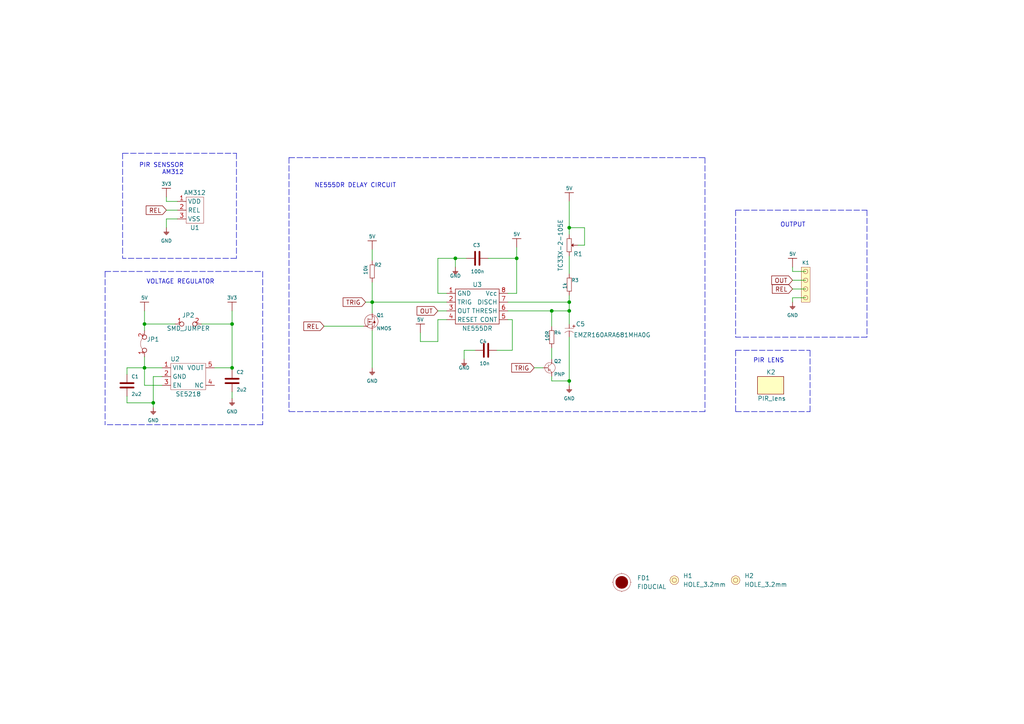
<source format=kicad_sch>
(kicad_sch (version 20211123) (generator eeschema)

  (uuid 302ae457-e87a-4ae6-ac38-0f2c833f3b14)

  (paper "A4")

  (title_block
    (title "PIR Movement sensor board")
    (date "2023-05-18")
    (rev "v2.2.0.")
    (company "SOLDERED")
    (comment 1 "333083")
  )

  (lib_symbols
    (symbol "3V3_1" (power) (pin_names (offset 0)) (in_bom yes) (on_board yes)
      (property "Reference" "#PWR" (id 0) (at 4.445 0 0)
        (effects (font (size 1 1)) hide)
      )
      (property "Value" "3V3_1" (id 1) (at 0 3.556 0)
        (effects (font (size 1 1)))
      )
      (property "Footprint" "" (id 2) (at 4.445 3.81 0)
        (effects (font (size 1 1)) hide)
      )
      (property "Datasheet" "" (id 3) (at 4.445 3.81 0)
        (effects (font (size 1 1)) hide)
      )
      (property "ki_keywords" "power-flag" (id 4) (at 0 0 0)
        (effects (font (size 1.27 1.27)) hide)
      )
      (property "ki_description" "Power symbol creates a global label with name \"3V3\"" (id 5) (at 0 0 0)
        (effects (font (size 1.27 1.27)) hide)
      )
      (symbol "3V3_1_0_1"
        (polyline
          (pts
            (xy -1.27 2.54)
            (xy 1.27 2.54)
          )
          (stroke (width 0.16) (type default) (color 0 0 0 0))
          (fill (type none))
        )
        (polyline
          (pts
            (xy 0 0)
            (xy 0 2.54)
          )
          (stroke (width 0) (type default) (color 0 0 0 0))
          (fill (type none))
        )
      )
      (symbol "3V3_1_1_1"
        (pin power_in line (at 0 0 90) (length 0) hide
          (name "3V3" (effects (font (size 1.27 1.27))))
          (number "1" (effects (font (size 1.27 1.27))))
        )
      )
    )
    (symbol "5V_1" (power) (pin_names (offset 0)) (in_bom yes) (on_board yes)
      (property "Reference" "#PWR" (id 0) (at 4.445 0 0)
        (effects (font (size 1 1)) hide)
      )
      (property "Value" "5V_1" (id 1) (at 0 3.556 0)
        (effects (font (size 1 1)))
      )
      (property "Footprint" "" (id 2) (at 4.445 3.81 0)
        (effects (font (size 1 1)) hide)
      )
      (property "Datasheet" "" (id 3) (at 4.445 3.81 0)
        (effects (font (size 1 1)) hide)
      )
      (property "ki_keywords" "power-flag" (id 4) (at 0 0 0)
        (effects (font (size 1.27 1.27)) hide)
      )
      (property "ki_description" "Power symbol creates a global label with name \"5V\"" (id 5) (at 0 0 0)
        (effects (font (size 1.27 1.27)) hide)
      )
      (symbol "5V_1_0_1"
        (polyline
          (pts
            (xy -1.27 2.54)
            (xy 1.27 2.54)
          )
          (stroke (width 0.16) (type default) (color 0 0 0 0))
          (fill (type none))
        )
        (polyline
          (pts
            (xy 0 0)
            (xy 0 2.54)
          )
          (stroke (width 0) (type default) (color 0 0 0 0))
          (fill (type none))
        )
      )
      (symbol "5V_1_1_1"
        (pin power_in line (at 0 0 90) (length 0) hide
          (name "5V" (effects (font (size 1.27 1.27))))
          (number "1" (effects (font (size 1.27 1.27))))
        )
      )
    )
    (symbol "5V_2" (power) (pin_names (offset 0)) (in_bom yes) (on_board yes)
      (property "Reference" "#PWR" (id 0) (at 4.445 0 0)
        (effects (font (size 1 1)) hide)
      )
      (property "Value" "5V_2" (id 1) (at 0 3.556 0)
        (effects (font (size 1 1)))
      )
      (property "Footprint" "" (id 2) (at 4.445 3.81 0)
        (effects (font (size 1 1)) hide)
      )
      (property "Datasheet" "" (id 3) (at 4.445 3.81 0)
        (effects (font (size 1 1)) hide)
      )
      (property "ki_keywords" "power-flag" (id 4) (at 0 0 0)
        (effects (font (size 1.27 1.27)) hide)
      )
      (property "ki_description" "Power symbol creates a global label with name \"5V\"" (id 5) (at 0 0 0)
        (effects (font (size 1.27 1.27)) hide)
      )
      (symbol "5V_2_0_1"
        (polyline
          (pts
            (xy -1.27 2.54)
            (xy 1.27 2.54)
          )
          (stroke (width 0.16) (type default) (color 0 0 0 0))
          (fill (type none))
        )
        (polyline
          (pts
            (xy 0 0)
            (xy 0 2.54)
          )
          (stroke (width 0) (type default) (color 0 0 0 0))
          (fill (type none))
        )
      )
      (symbol "5V_2_1_1"
        (pin power_in line (at 0 0 90) (length 0) hide
          (name "5V" (effects (font (size 1.27 1.27))))
          (number "1" (effects (font (size 1.27 1.27))))
        )
      )
    )
    (symbol "5V_3" (power) (pin_names (offset 0)) (in_bom yes) (on_board yes)
      (property "Reference" "#PWR" (id 0) (at 4.445 0 0)
        (effects (font (size 1 1)) hide)
      )
      (property "Value" "5V_3" (id 1) (at 0 3.556 0)
        (effects (font (size 1 1)))
      )
      (property "Footprint" "" (id 2) (at 4.445 3.81 0)
        (effects (font (size 1 1)) hide)
      )
      (property "Datasheet" "" (id 3) (at 4.445 3.81 0)
        (effects (font (size 1 1)) hide)
      )
      (property "ki_keywords" "power-flag" (id 4) (at 0 0 0)
        (effects (font (size 1.27 1.27)) hide)
      )
      (property "ki_description" "Power symbol creates a global label with name \"5V\"" (id 5) (at 0 0 0)
        (effects (font (size 1.27 1.27)) hide)
      )
      (symbol "5V_3_0_1"
        (polyline
          (pts
            (xy -1.27 2.54)
            (xy 1.27 2.54)
          )
          (stroke (width 0.16) (type default) (color 0 0 0 0))
          (fill (type none))
        )
        (polyline
          (pts
            (xy 0 0)
            (xy 0 2.54)
          )
          (stroke (width 0) (type default) (color 0 0 0 0))
          (fill (type none))
        )
      )
      (symbol "5V_3_1_1"
        (pin power_in line (at 0 0 90) (length 0) hide
          (name "5V" (effects (font (size 1.27 1.27))))
          (number "1" (effects (font (size 1.27 1.27))))
        )
      )
    )
    (symbol "5V_4" (power) (pin_names (offset 0)) (in_bom yes) (on_board yes)
      (property "Reference" "#PWR" (id 0) (at 4.445 0 0)
        (effects (font (size 1 1)) hide)
      )
      (property "Value" "5V_4" (id 1) (at 0 3.556 0)
        (effects (font (size 1 1)))
      )
      (property "Footprint" "" (id 2) (at 4.445 3.81 0)
        (effects (font (size 1 1)) hide)
      )
      (property "Datasheet" "" (id 3) (at 4.445 3.81 0)
        (effects (font (size 1 1)) hide)
      )
      (property "ki_keywords" "power-flag" (id 4) (at 0 0 0)
        (effects (font (size 1.27 1.27)) hide)
      )
      (property "ki_description" "Power symbol creates a global label with name \"5V\"" (id 5) (at 0 0 0)
        (effects (font (size 1.27 1.27)) hide)
      )
      (symbol "5V_4_0_1"
        (polyline
          (pts
            (xy -1.27 2.54)
            (xy 1.27 2.54)
          )
          (stroke (width 0.16) (type default) (color 0 0 0 0))
          (fill (type none))
        )
        (polyline
          (pts
            (xy 0 0)
            (xy 0 2.54)
          )
          (stroke (width 0) (type default) (color 0 0 0 0))
          (fill (type none))
        )
      )
      (symbol "5V_4_1_1"
        (pin power_in line (at 0 0 90) (length 0) hide
          (name "5V" (effects (font (size 1.27 1.27))))
          (number "1" (effects (font (size 1.27 1.27))))
        )
      )
    )
    (symbol "5V_5" (power) (pin_names (offset 0)) (in_bom yes) (on_board yes)
      (property "Reference" "#PWR" (id 0) (at 4.445 0 0)
        (effects (font (size 1 1)) hide)
      )
      (property "Value" "5V_5" (id 1) (at 0 3.556 0)
        (effects (font (size 1 1)))
      )
      (property "Footprint" "" (id 2) (at 4.445 3.81 0)
        (effects (font (size 1 1)) hide)
      )
      (property "Datasheet" "" (id 3) (at 4.445 3.81 0)
        (effects (font (size 1 1)) hide)
      )
      (property "ki_keywords" "power-flag" (id 4) (at 0 0 0)
        (effects (font (size 1.27 1.27)) hide)
      )
      (property "ki_description" "Power symbol creates a global label with name \"5V\"" (id 5) (at 0 0 0)
        (effects (font (size 1.27 1.27)) hide)
      )
      (symbol "5V_5_0_1"
        (polyline
          (pts
            (xy -1.27 2.54)
            (xy 1.27 2.54)
          )
          (stroke (width 0.16) (type default) (color 0 0 0 0))
          (fill (type none))
        )
        (polyline
          (pts
            (xy 0 0)
            (xy 0 2.54)
          )
          (stroke (width 0) (type default) (color 0 0 0 0))
          (fill (type none))
        )
      )
      (symbol "5V_5_1_1"
        (pin power_in line (at 0 0 90) (length 0) hide
          (name "5V" (effects (font (size 1.27 1.27))))
          (number "1" (effects (font (size 1.27 1.27))))
        )
      )
    )
    (symbol "GND_1" (power) (pin_names (offset 0)) (in_bom yes) (on_board yes)
      (property "Reference" "#PWR" (id 0) (at 4.445 0 0)
        (effects (font (size 1 1)) hide)
      )
      (property "Value" "GND_1" (id 1) (at 0 -2.921 0)
        (effects (font (size 1 1)))
      )
      (property "Footprint" "" (id 2) (at 4.445 3.81 0)
        (effects (font (size 1 1)) hide)
      )
      (property "Datasheet" "" (id 3) (at 4.445 3.81 0)
        (effects (font (size 1 1)) hide)
      )
      (property "ki_keywords" "power-flag" (id 4) (at 0 0 0)
        (effects (font (size 1.27 1.27)) hide)
      )
      (property "ki_description" "Power symbol creates a global label with name \"GND\"" (id 5) (at 0 0 0)
        (effects (font (size 1.27 1.27)) hide)
      )
      (symbol "GND_1_0_1"
        (polyline
          (pts
            (xy -0.762 -1.27)
            (xy 0.762 -1.27)
          )
          (stroke (width 0.16) (type default) (color 0 0 0 0))
          (fill (type none))
        )
        (polyline
          (pts
            (xy -0.635 -1.524)
            (xy 0.635 -1.524)
          )
          (stroke (width 0.16) (type default) (color 0 0 0 0))
          (fill (type none))
        )
        (polyline
          (pts
            (xy -0.381 -1.778)
            (xy 0.381 -1.778)
          )
          (stroke (width 0.16) (type default) (color 0 0 0 0))
          (fill (type none))
        )
        (polyline
          (pts
            (xy -0.127 -2.032)
            (xy 0.127 -2.032)
          )
          (stroke (width 0.16) (type default) (color 0 0 0 0))
          (fill (type none))
        )
        (polyline
          (pts
            (xy 0 0)
            (xy 0 -1.27)
          )
          (stroke (width 0.16) (type default) (color 0 0 0 0))
          (fill (type none))
        )
      )
      (symbol "GND_1_1_1"
        (pin power_in line (at 0 0 270) (length 0) hide
          (name "GND" (effects (font (size 1.27 1.27))))
          (number "1" (effects (font (size 1.27 1.27))))
        )
      )
    )
    (symbol "GND_2" (power) (pin_names (offset 0)) (in_bom yes) (on_board yes)
      (property "Reference" "#PWR" (id 0) (at 4.445 0 0)
        (effects (font (size 1 1)) hide)
      )
      (property "Value" "GND_2" (id 1) (at 0 -2.921 0)
        (effects (font (size 1 1)))
      )
      (property "Footprint" "" (id 2) (at 4.445 3.81 0)
        (effects (font (size 1 1)) hide)
      )
      (property "Datasheet" "" (id 3) (at 4.445 3.81 0)
        (effects (font (size 1 1)) hide)
      )
      (property "ki_keywords" "power-flag" (id 4) (at 0 0 0)
        (effects (font (size 1.27 1.27)) hide)
      )
      (property "ki_description" "Power symbol creates a global label with name \"GND\"" (id 5) (at 0 0 0)
        (effects (font (size 1.27 1.27)) hide)
      )
      (symbol "GND_2_0_1"
        (polyline
          (pts
            (xy -0.762 -1.27)
            (xy 0.762 -1.27)
          )
          (stroke (width 0.16) (type default) (color 0 0 0 0))
          (fill (type none))
        )
        (polyline
          (pts
            (xy -0.635 -1.524)
            (xy 0.635 -1.524)
          )
          (stroke (width 0.16) (type default) (color 0 0 0 0))
          (fill (type none))
        )
        (polyline
          (pts
            (xy -0.381 -1.778)
            (xy 0.381 -1.778)
          )
          (stroke (width 0.16) (type default) (color 0 0 0 0))
          (fill (type none))
        )
        (polyline
          (pts
            (xy -0.127 -2.032)
            (xy 0.127 -2.032)
          )
          (stroke (width 0.16) (type default) (color 0 0 0 0))
          (fill (type none))
        )
        (polyline
          (pts
            (xy 0 0)
            (xy 0 -1.27)
          )
          (stroke (width 0.16) (type default) (color 0 0 0 0))
          (fill (type none))
        )
      )
      (symbol "GND_2_1_1"
        (pin power_in line (at 0 0 270) (length 0) hide
          (name "GND" (effects (font (size 1.27 1.27))))
          (number "1" (effects (font (size 1.27 1.27))))
        )
      )
    )
    (symbol "GND_3" (power) (pin_names (offset 0)) (in_bom yes) (on_board yes)
      (property "Reference" "#PWR" (id 0) (at 4.445 0 0)
        (effects (font (size 1 1)) hide)
      )
      (property "Value" "GND_3" (id 1) (at 0 -2.921 0)
        (effects (font (size 1 1)))
      )
      (property "Footprint" "" (id 2) (at 4.445 3.81 0)
        (effects (font (size 1 1)) hide)
      )
      (property "Datasheet" "" (id 3) (at 4.445 3.81 0)
        (effects (font (size 1 1)) hide)
      )
      (property "ki_keywords" "power-flag" (id 4) (at 0 0 0)
        (effects (font (size 1.27 1.27)) hide)
      )
      (property "ki_description" "Power symbol creates a global label with name \"GND\"" (id 5) (at 0 0 0)
        (effects (font (size 1.27 1.27)) hide)
      )
      (symbol "GND_3_0_1"
        (polyline
          (pts
            (xy -0.762 -1.27)
            (xy 0.762 -1.27)
          )
          (stroke (width 0.16) (type default) (color 0 0 0 0))
          (fill (type none))
        )
        (polyline
          (pts
            (xy -0.635 -1.524)
            (xy 0.635 -1.524)
          )
          (stroke (width 0.16) (type default) (color 0 0 0 0))
          (fill (type none))
        )
        (polyline
          (pts
            (xy -0.381 -1.778)
            (xy 0.381 -1.778)
          )
          (stroke (width 0.16) (type default) (color 0 0 0 0))
          (fill (type none))
        )
        (polyline
          (pts
            (xy -0.127 -2.032)
            (xy 0.127 -2.032)
          )
          (stroke (width 0.16) (type default) (color 0 0 0 0))
          (fill (type none))
        )
        (polyline
          (pts
            (xy 0 0)
            (xy 0 -1.27)
          )
          (stroke (width 0.16) (type default) (color 0 0 0 0))
          (fill (type none))
        )
      )
      (symbol "GND_3_1_1"
        (pin power_in line (at 0 0 270) (length 0) hide
          (name "GND" (effects (font (size 1.27 1.27))))
          (number "1" (effects (font (size 1.27 1.27))))
        )
      )
    )
    (symbol "GND_4" (power) (pin_names (offset 0)) (in_bom yes) (on_board yes)
      (property "Reference" "#PWR" (id 0) (at 4.445 0 0)
        (effects (font (size 1 1)) hide)
      )
      (property "Value" "GND_4" (id 1) (at 0 -2.921 0)
        (effects (font (size 1 1)))
      )
      (property "Footprint" "" (id 2) (at 4.445 3.81 0)
        (effects (font (size 1 1)) hide)
      )
      (property "Datasheet" "" (id 3) (at 4.445 3.81 0)
        (effects (font (size 1 1)) hide)
      )
      (property "ki_keywords" "power-flag" (id 4) (at 0 0 0)
        (effects (font (size 1.27 1.27)) hide)
      )
      (property "ki_description" "Power symbol creates a global label with name \"GND\"" (id 5) (at 0 0 0)
        (effects (font (size 1.27 1.27)) hide)
      )
      (symbol "GND_4_0_1"
        (polyline
          (pts
            (xy -0.762 -1.27)
            (xy 0.762 -1.27)
          )
          (stroke (width 0.16) (type default) (color 0 0 0 0))
          (fill (type none))
        )
        (polyline
          (pts
            (xy -0.635 -1.524)
            (xy 0.635 -1.524)
          )
          (stroke (width 0.16) (type default) (color 0 0 0 0))
          (fill (type none))
        )
        (polyline
          (pts
            (xy -0.381 -1.778)
            (xy 0.381 -1.778)
          )
          (stroke (width 0.16) (type default) (color 0 0 0 0))
          (fill (type none))
        )
        (polyline
          (pts
            (xy -0.127 -2.032)
            (xy 0.127 -2.032)
          )
          (stroke (width 0.16) (type default) (color 0 0 0 0))
          (fill (type none))
        )
        (polyline
          (pts
            (xy 0 0)
            (xy 0 -1.27)
          )
          (stroke (width 0.16) (type default) (color 0 0 0 0))
          (fill (type none))
        )
      )
      (symbol "GND_4_1_1"
        (pin power_in line (at 0 0 270) (length 0) hide
          (name "GND" (effects (font (size 1.27 1.27))))
          (number "1" (effects (font (size 1.27 1.27))))
        )
      )
    )
    (symbol "GND_5" (power) (pin_names (offset 0)) (in_bom yes) (on_board yes)
      (property "Reference" "#PWR" (id 0) (at 4.445 0 0)
        (effects (font (size 1 1)) hide)
      )
      (property "Value" "GND_5" (id 1) (at 0 -2.921 0)
        (effects (font (size 1 1)))
      )
      (property "Footprint" "" (id 2) (at 4.445 3.81 0)
        (effects (font (size 1 1)) hide)
      )
      (property "Datasheet" "" (id 3) (at 4.445 3.81 0)
        (effects (font (size 1 1)) hide)
      )
      (property "ki_keywords" "power-flag" (id 4) (at 0 0 0)
        (effects (font (size 1.27 1.27)) hide)
      )
      (property "ki_description" "Power symbol creates a global label with name \"GND\"" (id 5) (at 0 0 0)
        (effects (font (size 1.27 1.27)) hide)
      )
      (symbol "GND_5_0_1"
        (polyline
          (pts
            (xy -0.762 -1.27)
            (xy 0.762 -1.27)
          )
          (stroke (width 0.16) (type default) (color 0 0 0 0))
          (fill (type none))
        )
        (polyline
          (pts
            (xy -0.635 -1.524)
            (xy 0.635 -1.524)
          )
          (stroke (width 0.16) (type default) (color 0 0 0 0))
          (fill (type none))
        )
        (polyline
          (pts
            (xy -0.381 -1.778)
            (xy 0.381 -1.778)
          )
          (stroke (width 0.16) (type default) (color 0 0 0 0))
          (fill (type none))
        )
        (polyline
          (pts
            (xy -0.127 -2.032)
            (xy 0.127 -2.032)
          )
          (stroke (width 0.16) (type default) (color 0 0 0 0))
          (fill (type none))
        )
        (polyline
          (pts
            (xy 0 0)
            (xy 0 -1.27)
          )
          (stroke (width 0.16) (type default) (color 0 0 0 0))
          (fill (type none))
        )
      )
      (symbol "GND_5_1_1"
        (pin power_in line (at 0 0 270) (length 0) hide
          (name "GND" (effects (font (size 1.27 1.27))))
          (number "1" (effects (font (size 1.27 1.27))))
        )
      )
    )
    (symbol "GND_6" (power) (pin_names (offset 0)) (in_bom yes) (on_board yes)
      (property "Reference" "#PWR" (id 0) (at 4.445 0 0)
        (effects (font (size 1 1)) hide)
      )
      (property "Value" "GND_6" (id 1) (at 0 -2.921 0)
        (effects (font (size 1 1)))
      )
      (property "Footprint" "" (id 2) (at 4.445 3.81 0)
        (effects (font (size 1 1)) hide)
      )
      (property "Datasheet" "" (id 3) (at 4.445 3.81 0)
        (effects (font (size 1 1)) hide)
      )
      (property "ki_keywords" "power-flag" (id 4) (at 0 0 0)
        (effects (font (size 1.27 1.27)) hide)
      )
      (property "ki_description" "Power symbol creates a global label with name \"GND\"" (id 5) (at 0 0 0)
        (effects (font (size 1.27 1.27)) hide)
      )
      (symbol "GND_6_0_1"
        (polyline
          (pts
            (xy -0.762 -1.27)
            (xy 0.762 -1.27)
          )
          (stroke (width 0.16) (type default) (color 0 0 0 0))
          (fill (type none))
        )
        (polyline
          (pts
            (xy -0.635 -1.524)
            (xy 0.635 -1.524)
          )
          (stroke (width 0.16) (type default) (color 0 0 0 0))
          (fill (type none))
        )
        (polyline
          (pts
            (xy -0.381 -1.778)
            (xy 0.381 -1.778)
          )
          (stroke (width 0.16) (type default) (color 0 0 0 0))
          (fill (type none))
        )
        (polyline
          (pts
            (xy -0.127 -2.032)
            (xy 0.127 -2.032)
          )
          (stroke (width 0.16) (type default) (color 0 0 0 0))
          (fill (type none))
        )
        (polyline
          (pts
            (xy 0 0)
            (xy 0 -1.27)
          )
          (stroke (width 0.16) (type default) (color 0 0 0 0))
          (fill (type none))
        )
      )
      (symbol "GND_6_1_1"
        (pin power_in line (at 0 0 270) (length 0) hide
          (name "GND" (effects (font (size 1.27 1.27))))
          (number "1" (effects (font (size 1.27 1.27))))
        )
      )
    )
    (symbol "GND_7" (power) (pin_names (offset 0)) (in_bom yes) (on_board yes)
      (property "Reference" "#PWR" (id 0) (at 4.445 0 0)
        (effects (font (size 1 1)) hide)
      )
      (property "Value" "GND_7" (id 1) (at 0 -2.921 0)
        (effects (font (size 1 1)))
      )
      (property "Footprint" "" (id 2) (at 4.445 3.81 0)
        (effects (font (size 1 1)) hide)
      )
      (property "Datasheet" "" (id 3) (at 4.445 3.81 0)
        (effects (font (size 1 1)) hide)
      )
      (property "ki_keywords" "power-flag" (id 4) (at 0 0 0)
        (effects (font (size 1.27 1.27)) hide)
      )
      (property "ki_description" "Power symbol creates a global label with name \"GND\"" (id 5) (at 0 0 0)
        (effects (font (size 1.27 1.27)) hide)
      )
      (symbol "GND_7_0_1"
        (polyline
          (pts
            (xy -0.762 -1.27)
            (xy 0.762 -1.27)
          )
          (stroke (width 0.16) (type default) (color 0 0 0 0))
          (fill (type none))
        )
        (polyline
          (pts
            (xy -0.635 -1.524)
            (xy 0.635 -1.524)
          )
          (stroke (width 0.16) (type default) (color 0 0 0 0))
          (fill (type none))
        )
        (polyline
          (pts
            (xy -0.381 -1.778)
            (xy 0.381 -1.778)
          )
          (stroke (width 0.16) (type default) (color 0 0 0 0))
          (fill (type none))
        )
        (polyline
          (pts
            (xy -0.127 -2.032)
            (xy 0.127 -2.032)
          )
          (stroke (width 0.16) (type default) (color 0 0 0 0))
          (fill (type none))
        )
        (polyline
          (pts
            (xy 0 0)
            (xy 0 -1.27)
          )
          (stroke (width 0.16) (type default) (color 0 0 0 0))
          (fill (type none))
        )
      )
      (symbol "GND_7_1_1"
        (pin power_in line (at 0 0 270) (length 0) hide
          (name "GND" (effects (font (size 1.27 1.27))))
          (number "1" (effects (font (size 1.27 1.27))))
        )
      )
    )
    (symbol "e-radionica.com schematics:0603C" (pin_numbers hide) (pin_names (offset 0.002)) (in_bom yes) (on_board yes)
      (property "Reference" "C" (id 0) (at -0.635 3.175 0)
        (effects (font (size 1 1)))
      )
      (property "Value" "0603C" (id 1) (at 0 -3.175 0)
        (effects (font (size 1 1)))
      )
      (property "Footprint" "e-radionica.com footprinti:0603C" (id 2) (at 0 0 0)
        (effects (font (size 1 1)) hide)
      )
      (property "Datasheet" "" (id 3) (at 0 0 0)
        (effects (font (size 1 1)) hide)
      )
      (symbol "0603C_0_1"
        (polyline
          (pts
            (xy -0.635 1.905)
            (xy -0.635 -1.905)
          )
          (stroke (width 0.5) (type default) (color 0 0 0 0))
          (fill (type none))
        )
        (polyline
          (pts
            (xy 0.635 1.905)
            (xy 0.635 -1.905)
          )
          (stroke (width 0.5) (type default) (color 0 0 0 0))
          (fill (type none))
        )
      )
      (symbol "0603C_1_1"
        (pin passive line (at -3.175 0 0) (length 2.54)
          (name "~" (effects (font (size 1.27 1.27))))
          (number "1" (effects (font (size 1.27 1.27))))
        )
        (pin passive line (at 3.175 0 180) (length 2.54)
          (name "~" (effects (font (size 1.27 1.27))))
          (number "2" (effects (font (size 1.27 1.27))))
        )
      )
    )
    (symbol "e-radionica.com schematics:0603R" (pin_numbers hide) (pin_names (offset 0.254)) (in_bom yes) (on_board yes)
      (property "Reference" "R" (id 0) (at -1.905 1.905 0)
        (effects (font (size 1 1)))
      )
      (property "Value" "0603R" (id 1) (at 0 -1.905 0)
        (effects (font (size 1 1)))
      )
      (property "Footprint" "e-radionica.com footprinti:0603R" (id 2) (at -0.635 1.905 0)
        (effects (font (size 1 1)) hide)
      )
      (property "Datasheet" "" (id 3) (at -0.635 1.905 0)
        (effects (font (size 1 1)) hide)
      )
      (symbol "0603R_0_1"
        (rectangle (start -1.905 -0.635) (end 1.905 -0.6604)
          (stroke (width 0.1) (type default) (color 0 0 0 0))
          (fill (type none))
        )
        (rectangle (start -1.905 0.635) (end -1.8796 -0.635)
          (stroke (width 0.1) (type default) (color 0 0 0 0))
          (fill (type none))
        )
        (rectangle (start -1.905 0.635) (end 1.905 0.6096)
          (stroke (width 0.1) (type default) (color 0 0 0 0))
          (fill (type none))
        )
        (rectangle (start 1.905 0.635) (end 1.9304 -0.635)
          (stroke (width 0.1) (type default) (color 0 0 0 0))
          (fill (type none))
        )
      )
      (symbol "0603R_1_1"
        (pin passive line (at -3.175 0 0) (length 1.27)
          (name "~" (effects (font (size 1.27 1.27))))
          (number "1" (effects (font (size 1.27 1.27))))
        )
        (pin passive line (at 3.175 0 180) (length 1.27)
          (name "~" (effects (font (size 1.27 1.27))))
          (number "2" (effects (font (size 1.27 1.27))))
        )
      )
    )
    (symbol "e-radionica.com schematics:3V3" (power) (pin_names (offset 0)) (in_bom yes) (on_board yes)
      (property "Reference" "#PWR" (id 0) (at 4.445 0 0)
        (effects (font (size 1 1)) hide)
      )
      (property "Value" "3V3" (id 1) (at 0 3.556 0)
        (effects (font (size 1 1)))
      )
      (property "Footprint" "" (id 2) (at 4.445 3.81 0)
        (effects (font (size 1 1)) hide)
      )
      (property "Datasheet" "" (id 3) (at 4.445 3.81 0)
        (effects (font (size 1 1)) hide)
      )
      (property "ki_keywords" "power-flag" (id 4) (at 0 0 0)
        (effects (font (size 1.27 1.27)) hide)
      )
      (property "ki_description" "Power symbol creates a global label with name \"3V3\"" (id 5) (at 0 0 0)
        (effects (font (size 1.27 1.27)) hide)
      )
      (symbol "3V3_0_1"
        (polyline
          (pts
            (xy -1.27 2.54)
            (xy 1.27 2.54)
          )
          (stroke (width 0.16) (type default) (color 0 0 0 0))
          (fill (type none))
        )
        (polyline
          (pts
            (xy 0 0)
            (xy 0 2.54)
          )
          (stroke (width 0) (type default) (color 0 0 0 0))
          (fill (type none))
        )
      )
      (symbol "3V3_1_1"
        (pin power_in line (at 0 0 90) (length 0) hide
          (name "3V3" (effects (font (size 1.27 1.27))))
          (number "1" (effects (font (size 1.27 1.27))))
        )
      )
    )
    (symbol "e-radionica.com schematics:5V" (power) (pin_names (offset 0)) (in_bom yes) (on_board yes)
      (property "Reference" "#PWR" (id 0) (at 4.445 0 0)
        (effects (font (size 1 1)) hide)
      )
      (property "Value" "5V" (id 1) (at 0 3.556 0)
        (effects (font (size 1 1)))
      )
      (property "Footprint" "" (id 2) (at 4.445 3.81 0)
        (effects (font (size 1 1)) hide)
      )
      (property "Datasheet" "" (id 3) (at 4.445 3.81 0)
        (effects (font (size 1 1)) hide)
      )
      (property "ki_keywords" "power-flag" (id 4) (at 0 0 0)
        (effects (font (size 1.27 1.27)) hide)
      )
      (property "ki_description" "Power symbol creates a global label with name \"5V\"" (id 5) (at 0 0 0)
        (effects (font (size 1.27 1.27)) hide)
      )
      (symbol "5V_0_1"
        (polyline
          (pts
            (xy -1.27 2.54)
            (xy 1.27 2.54)
          )
          (stroke (width 0.16) (type default) (color 0 0 0 0))
          (fill (type none))
        )
        (polyline
          (pts
            (xy 0 0)
            (xy 0 2.54)
          )
          (stroke (width 0) (type default) (color 0 0 0 0))
          (fill (type none))
        )
      )
      (symbol "5V_1_1"
        (pin power_in line (at 0 0 90) (length 0) hide
          (name "5V" (effects (font (size 1.27 1.27))))
          (number "1" (effects (font (size 1.27 1.27))))
        )
      )
    )
    (symbol "e-radionica.com schematics:ELECTROLITIC_CAP_8x8x14.5" (pin_numbers hide) (pin_names hide) (in_bom yes) (on_board yes)
      (property "Reference" "C" (id 0) (at -1.27 2.54 0)
        (effects (font (size 1.27 1.27)))
      )
      (property "Value" "ELECTROLITIC_CAP_8x8x14.5" (id 1) (at 0 -2.54 0)
        (effects (font (size 1.27 1.27)))
      )
      (property "Footprint" "e-radionica.com footprinti:ELECTROLITIC_CAP_8x8x14.5" (id 2) (at 0 -5.08 0)
        (effects (font (size 1.27 1.27)) hide)
      )
      (property "Datasheet" "" (id 3) (at 0 0 0)
        (effects (font (size 1.27 1.27)) hide)
      )
      (symbol "ELECTROLITIC_CAP_8x8x14.5_0_0"
        (text "+" (at -1.905 1.27 0)
          (effects (font (size 1 1)))
        )
      )
      (symbol "ELECTROLITIC_CAP_8x8x14.5_0_1"
        (polyline
          (pts
            (xy -1.27 -1.27)
            (xy -1.27 1.27)
          )
          (stroke (width 0.0006) (type default) (color 0 0 0 0))
          (fill (type none))
        )
        (arc (start -0.0001 1.27) (mid -0.5261 0) (end -0.0001 -1.27)
          (stroke (width 0.0006) (type default) (color 0 0 0 0))
          (fill (type none))
        )
      )
      (symbol "ELECTROLITIC_CAP_8x8x14.5_1_1"
        (pin input line (at -2.54 0 0) (length 1.27)
          (name "+" (effects (font (size 1.27 1.27))))
          (number "1" (effects (font (size 1.27 1.27))))
        )
        (pin input line (at 1.27 0 180) (length 1.8)
          (name "-" (effects (font (size 1.27 1.27))))
          (number "2" (effects (font (size 1.27 1.27))))
        )
      )
    )
    (symbol "e-radionica.com schematics:FIDUCIAL" (in_bom no) (on_board yes)
      (property "Reference" "FD" (id 0) (at 0 3.81 0)
        (effects (font (size 1.27 1.27)))
      )
      (property "Value" "FIDUCIAL" (id 1) (at 0 -3.81 0)
        (effects (font (size 1.27 1.27)))
      )
      (property "Footprint" "e-radionica.com footprinti:FIDUCIAL_23" (id 2) (at 0.254 -5.334 0)
        (effects (font (size 1.27 1.27)) hide)
      )
      (property "Datasheet" "" (id 3) (at 0 0 0)
        (effects (font (size 1.27 1.27)) hide)
      )
      (symbol "FIDUCIAL_0_1"
        (polyline
          (pts
            (xy -2.54 0)
            (xy -2.794 0)
          )
          (stroke (width 0.0006) (type default) (color 0 0 0 0))
          (fill (type none))
        )
        (polyline
          (pts
            (xy 0 -2.54)
            (xy 0 -2.794)
          )
          (stroke (width 0.0006) (type default) (color 0 0 0 0))
          (fill (type none))
        )
        (polyline
          (pts
            (xy 0 2.54)
            (xy 0 2.794)
          )
          (stroke (width 0.0006) (type default) (color 0 0 0 0))
          (fill (type none))
        )
        (polyline
          (pts
            (xy 2.54 0)
            (xy 2.794 0)
          )
          (stroke (width 0.0006) (type default) (color 0 0 0 0))
          (fill (type none))
        )
        (circle (center 0 0) (radius 1.7961)
          (stroke (width 0.001) (type default) (color 0 0 0 0))
          (fill (type outline))
        )
        (circle (center 0 0) (radius 2.54)
          (stroke (width 0.0006) (type default) (color 0 0 0 0))
          (fill (type none))
        )
      )
    )
    (symbol "e-radionica.com schematics:GND" (power) (pin_names (offset 0)) (in_bom yes) (on_board yes)
      (property "Reference" "#PWR" (id 0) (at 4.445 0 0)
        (effects (font (size 1 1)) hide)
      )
      (property "Value" "GND" (id 1) (at 0 -2.921 0)
        (effects (font (size 1 1)))
      )
      (property "Footprint" "" (id 2) (at 4.445 3.81 0)
        (effects (font (size 1 1)) hide)
      )
      (property "Datasheet" "" (id 3) (at 4.445 3.81 0)
        (effects (font (size 1 1)) hide)
      )
      (property "ki_keywords" "power-flag" (id 4) (at 0 0 0)
        (effects (font (size 1.27 1.27)) hide)
      )
      (property "ki_description" "Power symbol creates a global label with name \"GND\"" (id 5) (at 0 0 0)
        (effects (font (size 1.27 1.27)) hide)
      )
      (symbol "GND_0_1"
        (polyline
          (pts
            (xy -0.762 -1.27)
            (xy 0.762 -1.27)
          )
          (stroke (width 0.16) (type default) (color 0 0 0 0))
          (fill (type none))
        )
        (polyline
          (pts
            (xy -0.635 -1.524)
            (xy 0.635 -1.524)
          )
          (stroke (width 0.16) (type default) (color 0 0 0 0))
          (fill (type none))
        )
        (polyline
          (pts
            (xy -0.381 -1.778)
            (xy 0.381 -1.778)
          )
          (stroke (width 0.16) (type default) (color 0 0 0 0))
          (fill (type none))
        )
        (polyline
          (pts
            (xy -0.127 -2.032)
            (xy 0.127 -2.032)
          )
          (stroke (width 0.16) (type default) (color 0 0 0 0))
          (fill (type none))
        )
        (polyline
          (pts
            (xy 0 0)
            (xy 0 -1.27)
          )
          (stroke (width 0.16) (type default) (color 0 0 0 0))
          (fill (type none))
        )
      )
      (symbol "GND_1_1"
        (pin power_in line (at 0 0 270) (length 0) hide
          (name "GND" (effects (font (size 1.27 1.27))))
          (number "1" (effects (font (size 1.27 1.27))))
        )
      )
    )
    (symbol "e-radionica.com schematics:HEADER_MALE_4X1" (pin_numbers hide) (pin_names hide) (in_bom yes) (on_board yes)
      (property "Reference" "K" (id 0) (at -0.635 7.62 0)
        (effects (font (size 1 1)))
      )
      (property "Value" "HEADER_MALE_4X1" (id 1) (at 0 -5.08 0)
        (effects (font (size 1 1)))
      )
      (property "Footprint" "e-radionica.com footprinti:HEADER_MALE_4X1" (id 2) (at 0 -7.62 0)
        (effects (font (size 1 1)) hide)
      )
      (property "Datasheet" "" (id 3) (at 0 -2.54 0)
        (effects (font (size 1 1)) hide)
      )
      (symbol "HEADER_MALE_4X1_0_1"
        (circle (center 0 -2.54) (radius 0.635)
          (stroke (width 0.0006) (type default) (color 0 0 0 0))
          (fill (type none))
        )
        (circle (center 0 0) (radius 0.635)
          (stroke (width 0.0006) (type default) (color 0 0 0 0))
          (fill (type none))
        )
        (circle (center 0 2.54) (radius 0.635)
          (stroke (width 0.0006) (type default) (color 0 0 0 0))
          (fill (type none))
        )
        (circle (center 0 5.08) (radius 0.635)
          (stroke (width 0.0006) (type default) (color 0 0 0 0))
          (fill (type none))
        )
        (rectangle (start 1.27 -3.81) (end -1.27 6.35)
          (stroke (width 0.001) (type default) (color 0 0 0 0))
          (fill (type background))
        )
      )
      (symbol "HEADER_MALE_4X1_1_1"
        (pin passive line (at 0 -2.54 180) (length 0)
          (name "~" (effects (font (size 1 1))))
          (number "1" (effects (font (size 1 1))))
        )
        (pin passive line (at 0 0 180) (length 0)
          (name "~" (effects (font (size 1 1))))
          (number "2" (effects (font (size 1 1))))
        )
        (pin passive line (at 0 2.54 180) (length 0)
          (name "~" (effects (font (size 1 1))))
          (number "3" (effects (font (size 1 1))))
        )
        (pin passive line (at 0 5.08 180) (length 0)
          (name "~" (effects (font (size 1 1))))
          (number "4" (effects (font (size 1 1))))
        )
      )
    )
    (symbol "e-radionica.com schematics:HOLE_3.2mm" (pin_numbers hide) (pin_names hide) (in_bom yes) (on_board yes)
      (property "Reference" "H" (id 0) (at 0 2.54 0)
        (effects (font (size 1.27 1.27)))
      )
      (property "Value" "HOLE_3.2mm" (id 1) (at 0 -2.54 0)
        (effects (font (size 1.27 1.27)))
      )
      (property "Footprint" "e-radionica.com footprinti:HOLE_3.2mm" (id 2) (at 0 0 0)
        (effects (font (size 1.27 1.27)) hide)
      )
      (property "Datasheet" "" (id 3) (at 0 0 0)
        (effects (font (size 1.27 1.27)) hide)
      )
      (symbol "HOLE_3.2mm_0_1"
        (circle (center 0 0) (radius 0.635)
          (stroke (width 0.0006) (type default) (color 0 0 0 0))
          (fill (type none))
        )
        (circle (center 0 0) (radius 1.27)
          (stroke (width 0.001) (type default) (color 0 0 0 0))
          (fill (type background))
        )
      )
    )
    (symbol "e-radionica.com schematics:NE555DR" (in_bom yes) (on_board yes)
      (property "Reference" "U" (id 0) (at 0 6.35 0)
        (effects (font (size 1.27 1.27)))
      )
      (property "Value" "NE555DR" (id 1) (at 0 -6.35 0)
        (effects (font (size 1.27 1.27)))
      )
      (property "Footprint" "e-radionica.com footprinti:SOIC−8" (id 2) (at -6.35 -1.27 0)
        (effects (font (size 1.27 1.27)) hide)
      )
      (property "Datasheet" "" (id 3) (at -6.35 -1.27 0)
        (effects (font (size 1.27 1.27)) hide)
      )
      (symbol "NE555DR_0_1"
        (rectangle (start -7.62 3.81) (end -7.62 3.81)
          (stroke (width 0.1524) (type default) (color 0 0 0 0))
          (fill (type none))
        )
        (rectangle (start -6.35 5.08) (end 6.35 -5.08)
          (stroke (width 0.1524) (type default) (color 0 0 0 0))
          (fill (type none))
        )
      )
      (symbol "NE555DR_1_1"
        (pin input line (at -8.89 3.81 0) (length 2.54)
          (name "GND" (effects (font (size 1.27 1.27))))
          (number "1" (effects (font (size 1.27 1.27))))
        )
        (pin input line (at -8.89 1.27 0) (length 2.54)
          (name "TRIG" (effects (font (size 1.27 1.27))))
          (number "2" (effects (font (size 1.27 1.27))))
        )
        (pin input line (at -8.89 -1.27 0) (length 2.54)
          (name "OUT" (effects (font (size 1.27 1.27))))
          (number "3" (effects (font (size 1.27 1.27))))
        )
        (pin input line (at -8.89 -3.81 0) (length 2.54)
          (name "RESET" (effects (font (size 1.27 1.27))))
          (number "4" (effects (font (size 1.27 1.27))))
        )
        (pin input line (at 8.89 -3.81 180) (length 2.54)
          (name "CONT" (effects (font (size 1.27 1.27))))
          (number "5" (effects (font (size 1.27 1.27))))
        )
        (pin input line (at 8.89 -1.27 180) (length 2.54)
          (name "THRESH" (effects (font (size 1.27 1.27))))
          (number "6" (effects (font (size 1.27 1.27))))
        )
        (pin input line (at 8.89 1.27 180) (length 2.54)
          (name "DISCH" (effects (font (size 1.27 1.27))))
          (number "7" (effects (font (size 1.27 1.27))))
        )
        (pin input line (at 8.89 3.81 180) (length 2.54)
          (name "Vcc" (effects (font (size 1.27 1.27))))
          (number "8" (effects (font (size 1.27 1.27))))
        )
      )
    )
    (symbol "e-radionica.com schematics:NMOS-SOT-23-3" (pin_numbers hide) (pin_names hide) (in_bom yes) (on_board yes)
      (property "Reference" "Q" (id 0) (at -1.143 2.921 0)
        (effects (font (size 1 1)))
      )
      (property "Value" "NMOS-SOT-23-3" (id 1) (at 1.524 -3.937 0)
        (effects (font (size 1 1)))
      )
      (property "Footprint" "e-radionica.com footprinti:SOT-23-3" (id 2) (at 0 -7.62 0)
        (effects (font (size 1 1)) hide)
      )
      (property "Datasheet" "" (id 3) (at 0 0 0)
        (effects (font (size 1 1)) hide)
      )
      (symbol "NMOS-SOT-23-3_0_1"
        (polyline
          (pts
            (xy 0 -1.27)
            (xy 0 1.016)
          )
          (stroke (width 0.1) (type default) (color 0 0 0 0))
          (fill (type none))
        )
        (polyline
          (pts
            (xy 0.254 -1.016)
            (xy 0.254 -0.508)
          )
          (stroke (width 0.1) (type default) (color 0 0 0 0))
          (fill (type none))
        )
        (polyline
          (pts
            (xy 0.254 -0.762)
            (xy 1.27 -0.762)
          )
          (stroke (width 0.1) (type default) (color 0 0 0 0))
          (fill (type none))
        )
        (polyline
          (pts
            (xy 0.254 -0.254)
            (xy 0.254 0.254)
          )
          (stroke (width 0.1) (type default) (color 0 0 0 0))
          (fill (type none))
        )
        (polyline
          (pts
            (xy 0.254 0.762)
            (xy 1.27 0.762)
          )
          (stroke (width 0.1) (type default) (color 0 0 0 0))
          (fill (type none))
        )
        (polyline
          (pts
            (xy 0.254 1.016)
            (xy 0.254 0.508)
          )
          (stroke (width 0.1) (type default) (color 0 0 0 0))
          (fill (type none))
        )
        (polyline
          (pts
            (xy 1.27 -1.27)
            (xy 1.27 -0.762)
          )
          (stroke (width 0.1) (type default) (color 0 0 0 0))
          (fill (type none))
        )
        (polyline
          (pts
            (xy 1.27 0.762)
            (xy 1.27 1.27)
          )
          (stroke (width 0.1) (type default) (color 0 0 0 0))
          (fill (type none))
        )
        (polyline
          (pts
            (xy 1.651 -0.254)
            (xy 1.905 0.127)
          )
          (stroke (width 0.2) (type default) (color 0 0 0 0))
          (fill (type none))
        )
        (polyline
          (pts
            (xy 1.651 0.127)
            (xy 2.159 0.127)
          )
          (stroke (width 0.0006) (type default) (color 0 0 0 0))
          (fill (type none))
        )
        (polyline
          (pts
            (xy 0.254 0)
            (xy 1.27 0)
            (xy 1.27 -0.762)
          )
          (stroke (width 0.1) (type default) (color 0 0 0 0))
          (fill (type none))
        )
        (polyline
          (pts
            (xy 1.651 -0.254)
            (xy 2.159 -0.254)
            (xy 1.905 0.127)
          )
          (stroke (width 0.2) (type default) (color 0 0 0 0))
          (fill (type none))
        )
        (polyline
          (pts
            (xy 0.381 0)
            (xy 0.635 0.254)
            (xy 0.635 -0.254)
            (xy 0.381 0)
          )
          (stroke (width 0.1) (type default) (color 0 0 0 0))
          (fill (type none))
        )
        (polyline
          (pts
            (xy 1.27 -1.27)
            (xy 1.905 -1.27)
            (xy 1.905 1.524)
            (xy 1.27 1.524)
          )
          (stroke (width 0.1) (type default) (color 0 0 0 0))
          (fill (type none))
        )
        (circle (center 1.016 0.127) (radius 1.9716)
          (stroke (width 0.1) (type default) (color 0 0 0 0))
          (fill (type none))
        )
      )
      (symbol "NMOS-SOT-23-3_1_1"
        (pin passive line (at -1.27 -1.27 0) (length 1.27)
          (name "G" (effects (font (size 1 1))))
          (number "1" (effects (font (size 1 1))))
        )
        (pin passive line (at 1.27 -2.54 90) (length 1.27)
          (name "S" (effects (font (size 1 1))))
          (number "2" (effects (font (size 1 1))))
        )
        (pin passive line (at 1.27 2.54 270) (length 1.27)
          (name "D" (effects (font (size 1 1))))
          (number "3" (effects (font (size 1 1))))
        )
      )
    )
    (symbol "e-radionica.com schematics:PIR_lens" (in_bom yes) (on_board yes)
      (property "Reference" "K" (id 0) (at 0 3.81 0)
        (effects (font (size 1.27 1.27)))
      )
      (property "Value" "PIR_lens" (id 1) (at 0 -3.81 0)
        (effects (font (size 1.27 1.27)))
      )
      (property "Footprint" "e-radionica.com footprinti:PIR_senzor_kapica" (id 2) (at 0 -6.35 0)
        (effects (font (size 1.27 1.27)) hide)
      )
      (property "Datasheet" "" (id 3) (at 0 6.35 0)
        (effects (font (size 1.27 1.27)) hide)
      )
      (symbol "PIR_lens_0_1"
        (rectangle (start -3.81 2.54) (end 3.81 -2.54)
          (stroke (width 0) (type default) (color 0 0 0 0))
          (fill (type background))
        )
      )
    )
    (symbol "e-radionica.com schematics:PIR_senzor" (in_bom yes) (on_board yes)
      (property "Reference" "U" (id 0) (at 0 5.08 0)
        (effects (font (size 1.27 1.27)))
      )
      (property "Value" "PIR_senzor" (id 1) (at 0 -5.08 0)
        (effects (font (size 1.27 1.27)))
      )
      (property "Footprint" "e-radionica.com footprinti:PIR_senzor" (id 2) (at 0 -7.62 0)
        (effects (font (size 1.27 1.27)) hide)
      )
      (property "Datasheet" "" (id 3) (at -6.35 0 0)
        (effects (font (size 1.27 1.27)) hide)
      )
      (symbol "PIR_senzor_0_1"
        (rectangle (start -2.54 3.81) (end 2.54 -3.81)
          (stroke (width 0.0006) (type default) (color 0 0 0 0))
          (fill (type none))
        )
      )
      (symbol "PIR_senzor_1_1"
        (pin input line (at -5.08 2.54 0) (length 2.54)
          (name "VDD" (effects (font (size 1.27 1.27))))
          (number "1" (effects (font (size 1.27 1.27))))
        )
        (pin input line (at -5.08 0 0) (length 2.54)
          (name "REL" (effects (font (size 1.27 1.27))))
          (number "2" (effects (font (size 1.27 1.27))))
        )
        (pin input line (at -5.08 -2.54 0) (length 2.54)
          (name "VSS" (effects (font (size 1.27 1.27))))
          (number "3" (effects (font (size 1.27 1.27))))
        )
      )
    )
    (symbol "e-radionica.com schematics:PNP-SOT-23-3" (pin_numbers hide) (pin_names hide) (in_bom yes) (on_board yes)
      (property "Reference" "Q" (id 0) (at -1.778 2.4892 0)
        (effects (font (size 1 1)))
      )
      (property "Value" "PNP-SOT-23-3" (id 1) (at -0.0508 -2.9464 0)
        (effects (font (size 1 1)))
      )
      (property "Footprint" "e-radionica.com footprinti:SOT-23-3" (id 2) (at 0 0 0)
        (effects (font (size 1 1)) hide)
      )
      (property "Datasheet" "" (id 3) (at 0 0 0)
        (effects (font (size 1 1)) hide)
      )
      (symbol "PNP-SOT-23-3_0_1"
        (circle (center -0.508 0) (radius 1.524)
          (stroke (width 0.0006) (type default) (color 0 0 0 0))
          (fill (type none))
        )
        (polyline
          (pts
            (xy -2.032 0)
            (xy -1.016 0)
          )
          (stroke (width 0.0006) (type default) (color 0 0 0 0))
          (fill (type none))
        )
        (polyline
          (pts
            (xy -1.016 0.381)
            (xy 0 1.27)
          )
          (stroke (width 0.0006) (type default) (color 0 0 0 0))
          (fill (type none))
        )
        (polyline
          (pts
            (xy -1.016 1.016)
            (xy -1.016 -1.016)
          )
          (stroke (width 0.0006) (type default) (color 0 0 0 0))
          (fill (type none))
        )
        (polyline
          (pts
            (xy -0.508 -0.762)
            (xy 0 -1.27)
          )
          (stroke (width 0.1) (type default) (color 0 0 0 0))
          (fill (type none))
        )
        (polyline
          (pts
            (xy -0.381 -0.508)
            (xy -0.762 -0.889)
            (xy -0.9906 -0.2794)
            (xy -0.381 -0.508)
          )
          (stroke (width 0.0006) (type default) (color 0 0 0 0))
          (fill (type none))
        )
      )
      (symbol "PNP-SOT-23-3_1_1"
        (pin passive line (at -2.54 0 0) (length 1.27)
          (name "B" (effects (font (size 1 1))))
          (number "1" (effects (font (size 1 1))))
        )
        (pin passive line (at 0 -2.54 90) (length 1.27)
          (name "E" (effects (font (size 1 1))))
          (number "2" (effects (font (size 1 1))))
        )
        (pin passive line (at 0 2.54 270) (length 1.27)
          (name "C" (effects (font (size 1 1))))
          (number "3" (effects (font (size 1 1))))
        )
      )
    )
    (symbol "e-radionica.com schematics:SE5218" (in_bom yes) (on_board yes)
      (property "Reference" "U" (id 0) (at -3.81 5.08 0)
        (effects (font (size 1.27 1.27)))
      )
      (property "Value" "SE5218" (id 1) (at 0 -5.08 0)
        (effects (font (size 1.27 1.27)))
      )
      (property "Footprint" "e-radionica.com footprinti:SOT-23-5" (id 2) (at 0 0 0)
        (effects (font (size 1.27 1.27)) hide)
      )
      (property "Datasheet" "" (id 3) (at 0 0 0)
        (effects (font (size 1.27 1.27)) hide)
      )
      (symbol "SE5218_0_1"
        (rectangle (start -5.08 3.81) (end 5.08 -3.81)
          (stroke (width 0.0006) (type default) (color 0 0 0 0))
          (fill (type none))
        )
      )
      (symbol "SE5218_1_1"
        (pin power_in line (at -7.62 2.54 0) (length 2.54)
          (name "VIN" (effects (font (size 1.27 1.27))))
          (number "1" (effects (font (size 1.27 1.27))))
        )
        (pin power_in line (at -7.62 0 0) (length 2.54)
          (name "GND" (effects (font (size 1.27 1.27))))
          (number "2" (effects (font (size 1.27 1.27))))
        )
        (pin input line (at -7.62 -2.54 0) (length 2.54)
          (name "EN" (effects (font (size 1.27 1.27))))
          (number "3" (effects (font (size 1.27 1.27))))
        )
        (pin passive line (at 7.62 -2.54 180) (length 2.54)
          (name "NC" (effects (font (size 1.27 1.27))))
          (number "4" (effects (font (size 1.27 1.27))))
        )
        (pin power_out line (at 7.62 2.54 180) (length 2.54)
          (name "VOUT" (effects (font (size 1.27 1.27))))
          (number "5" (effects (font (size 1.27 1.27))))
        )
      )
    )
    (symbol "e-radionica.com schematics:SMD-JUMPER-CONNECTED_TRACE_SLODERMASK" (in_bom yes) (on_board yes)
      (property "Reference" "JP" (id 0) (at 0 3.556 0)
        (effects (font (size 1.27 1.27)))
      )
      (property "Value" "SMD-JUMPER-CONNECTED_TRACE_SLODERMASK" (id 1) (at 0 -2.54 0)
        (effects (font (size 1.27 1.27)))
      )
      (property "Footprint" "e-radionica.com footprinti:SMD-JUMPER-CONNECTED_TRACE_SLODERMASK" (id 2) (at 0 -5.715 0)
        (effects (font (size 1.27 1.27)) hide)
      )
      (property "Datasheet" "" (id 3) (at 0 0 0)
        (effects (font (size 1.27 1.27)) hide)
      )
      (symbol "SMD-JUMPER-CONNECTED_TRACE_SLODERMASK_0_1"
        (arc (start 1.5845 0.5996) (mid -0.0202 1.1519) (end -1.6159 0.5742)
          (stroke (width 0.0006) (type default) (color 0 0 0 0))
          (fill (type none))
        )
      )
      (symbol "SMD-JUMPER-CONNECTED_TRACE_SLODERMASK_1_1"
        (pin passive inverted (at -3.81 0 0) (length 2.54)
          (name "" (effects (font (size 1.27 1.27))))
          (number "1" (effects (font (size 1.27 1.27))))
        )
        (pin passive inverted (at 3.81 0 180) (length 2.54)
          (name "" (effects (font (size 1.27 1.27))))
          (number "2" (effects (font (size 1.27 1.27))))
        )
      )
    )
    (symbol "e-radionica.com schematics:SMD_JUMPER" (in_bom yes) (on_board yes)
      (property "Reference" "JP" (id 0) (at 0 1.397 0)
        (effects (font (size 1.27 1.27)))
      )
      (property "Value" "SMD_JUMPER" (id 1) (at 0.508 -3.048 0)
        (effects (font (size 1.27 1.27)))
      )
      (property "Footprint" "e-radionica.com footprinti:SMD_JUMPER" (id 2) (at 0 0 0)
        (effects (font (size 1.27 1.27)) hide)
      )
      (property "Datasheet" "" (id 3) (at 0 0 0)
        (effects (font (size 1.27 1.27)) hide)
      )
      (symbol "SMD_JUMPER_1_1"
        (pin passive inverted (at -3.81 0 0) (length 2.54)
          (name "" (effects (font (size 1.27 1.27))))
          (number "1" (effects (font (size 1.27 1.27))))
        )
        (pin passive inverted (at 3.81 0 180) (length 2.54)
          (name "" (effects (font (size 1.27 1.27))))
          (number "2" (effects (font (size 1.27 1.27))))
        )
      )
    )
    (symbol "e-radionica.com schematics:tc33x-2-103e_1" (pin_numbers hide) (pin_names hide) (in_bom yes) (on_board yes)
      (property "Reference" "R" (id 0) (at -1.778 3.302 0)
        (effects (font (size 1.27 1.27)))
      )
      (property "Value" "tc33x-2-103e" (id 1) (at 0 -2.54 0)
        (effects (font (size 1.27 1.27)))
      )
      (property "Footprint" "e-radionica.com footprinti:tc33x-2-103e" (id 2) (at 0 -5.08 0)
        (effects (font (size 1.27 1.27)) hide)
      )
      (property "Datasheet" "" (id 3) (at -0.0508 -0.0508 0)
        (effects (font (size 1.27 1.27)) hide)
      )
      (symbol "tc33x-2-103e_1_0_1"
        (rectangle (start -1.905 -0.635) (end 1.905 -0.6604)
          (stroke (width 0.1) (type default) (color 0 0 0 0))
          (fill (type none))
        )
        (rectangle (start -1.905 0.635) (end -1.8796 -0.635)
          (stroke (width 0.1) (type default) (color 0 0 0 0))
          (fill (type none))
        )
        (rectangle (start -1.905 0.635) (end 1.905 0.6096)
          (stroke (width 0.1) (type default) (color 0 0 0 0))
          (fill (type none))
        )
        (polyline
          (pts
            (xy -0.4318 1.1684)
            (xy 0.4826 1.1684)
            (xy 0 0.635)
            (xy -0.4064 1.0922)
            (xy -0.4826 1.1684)
            (xy 0 0.7874)
            (xy 0.3048 1.1176)
            (xy -0.254 1.0668)
            (xy 0.0254 0.8636)
            (xy 0.0762 1.0414)
            (xy -0.0254 0.9652)
          )
          (stroke (width 0.0006) (type default) (color 0 0 0 0))
          (fill (type none))
        )
        (rectangle (start 1.905 0.635) (end 1.9304 -0.635)
          (stroke (width 0.1) (type default) (color 0 0 0 0))
          (fill (type none))
        )
      )
      (symbol "tc33x-2-103e_1_1_1"
        (pin passive line (at -3.175 0 0) (length 1.27)
          (name "~" (effects (font (size 1.27 1.27))))
          (number "1" (effects (font (size 1.27 1.27))))
        )
        (pin passive line (at 0 2.54 270) (length 1.27)
          (name "" (effects (font (size 1.27 1.27))))
          (number "2" (effects (font (size 1.27 1.27))))
        )
        (pin passive line (at 3.175 0 180) (length 1.27)
          (name "~" (effects (font (size 1.27 1.27))))
          (number "3" (effects (font (size 1.27 1.27))))
        )
      )
    )
  )

  (junction (at 165.1 110.49) (diameter 0.9144) (color 0 0 0 0)
    (uuid 01e9b6e7-adf9-4ee7-9447-a588630ee4a2)
  )
  (junction (at 67.31 93.98) (diameter 0.9144) (color 0 0 0 0)
    (uuid 0755aee5-bc01-4cb5-b830-583289df50a3)
  )
  (junction (at 165.1 66.04) (diameter 0.9144) (color 0 0 0 0)
    (uuid 16bd6381-8ac0-4bf2-9dce-ecc20c724b8d)
  )
  (junction (at 67.31 106.68) (diameter 0.9144) (color 0 0 0 0)
    (uuid 4a21e717-d46d-4d9e-8b98-af4ecb02d3ec)
  )
  (junction (at 165.1 90.17) (diameter 0.9144) (color 0 0 0 0)
    (uuid 4f66b314-0f62-4fb6-8c3c-f9c6a75cd3ec)
  )
  (junction (at 44.45 116.84) (diameter 0.9144) (color 0 0 0 0)
    (uuid 4fb21471-41be-4be8-9687-66030f97befc)
  )
  (junction (at 132.08 74.93) (diameter 0.9144) (color 0 0 0 0)
    (uuid 60dcd1fe-7079-4cb8-b509-04558ccf5097)
  )
  (junction (at 41.91 106.68) (diameter 0.9144) (color 0 0 0 0)
    (uuid 7599133e-c681-4202-85d9-c20dac196c64)
  )
  (junction (at 160.02 90.17) (diameter 0.9144) (color 0 0 0 0)
    (uuid 85b7594c-358f-454b-b2ad-dd0b1d67ed76)
  )
  (junction (at 165.1 87.63) (diameter 0.9144) (color 0 0 0 0)
    (uuid a5cd8da1-8f7f-4f80-bb23-0317de562222)
  )
  (junction (at 149.86 74.93) (diameter 0.9144) (color 0 0 0 0)
    (uuid c5eb1e4c-ce83-470e-8f32-e20ff1f886a3)
  )
  (junction (at 41.91 93.98) (diameter 0.9144) (color 0 0 0 0)
    (uuid dde51ae5-b215-445e-92bb-4a12ec410531)
  )
  (junction (at 107.95 87.63) (diameter 0.9144) (color 0 0 0 0)
    (uuid ec31c074-17b2-48e1-ab01-071acad3fa04)
  )

  (polyline (pts (xy 234.95 119.38) (xy 234.95 101.6))
    (stroke (width 0) (type default) (color 0 0 0 0))
    (uuid 01473b40-a501-4b7d-9200-f7912f5aad08)
  )

  (wire (pts (xy 46.99 111.76) (xy 41.91 111.76))
    (stroke (width 0) (type solid) (color 0 0 0 0))
    (uuid 08705356-c1e5-4a3c-8c54-67732e9301d2)
  )
  (polyline (pts (xy 83.82 45.72) (xy 83.82 119.38))
    (stroke (width 0) (type dash) (color 0 0 0 0))
    (uuid 09f00adf-b3ba-4fee-bd6f-3a9667d8938d)
  )
  (polyline (pts (xy 83.82 45.72) (xy 204.47 45.72))
    (stroke (width 0) (type dash) (color 0 0 0 0))
    (uuid 09f00adf-b3ba-4fee-bd6f-3a9667d8938e)
  )
  (polyline (pts (xy 204.47 45.72) (xy 204.47 119.38))
    (stroke (width 0) (type dash) (color 0 0 0 0))
    (uuid 09f00adf-b3ba-4fee-bd6f-3a9667d8938f)
  )
  (polyline (pts (xy 204.47 119.38) (xy 83.82 119.38))
    (stroke (width 0) (type dash) (color 0 0 0 0))
    (uuid 09f00adf-b3ba-4fee-bd6f-3a9667d89390)
  )

  (wire (pts (xy 147.32 90.17) (xy 160.02 90.17))
    (stroke (width 0) (type solid) (color 0 0 0 0))
    (uuid 0bc5c443-7340-4488-b089-c7c27f134ed0)
  )
  (wire (pts (xy 160.02 90.17) (xy 165.1 90.17))
    (stroke (width 0) (type solid) (color 0 0 0 0))
    (uuid 0bc5c443-7340-4488-b089-c7c27f134ed1)
  )
  (wire (pts (xy 165.1 90.17) (xy 165.1 93.98))
    (stroke (width 0) (type solid) (color 0 0 0 0))
    (uuid 0bc5c443-7340-4488-b089-c7c27f134ed2)
  )
  (wire (pts (xy 41.91 93.98) (xy 50.8 93.98))
    (stroke (width 0) (type solid) (color 0 0 0 0))
    (uuid 0befbbb7-821b-44e9-b21d-23e7bd308f60)
  )
  (wire (pts (xy 149.86 71.755) (xy 149.86 74.93))
    (stroke (width 0) (type solid) (color 0 0 0 0))
    (uuid 10d1aad2-83ee-4a7b-941f-afc9ab7ce89e)
  )
  (wire (pts (xy 165.1 97.79) (xy 165.1 110.49))
    (stroke (width 0) (type solid) (color 0 0 0 0))
    (uuid 164633fd-bca4-4dbb-98a8-5793ab4fb40e)
  )
  (wire (pts (xy 165.1 110.49) (xy 165.1 111.76))
    (stroke (width 0) (type solid) (color 0 0 0 0))
    (uuid 164633fd-bca4-4dbb-98a8-5793ab4fb40f)
  )
  (wire (pts (xy 160.02 100.965) (xy 160.02 104.14))
    (stroke (width 0) (type solid) (color 0 0 0 0))
    (uuid 16599880-e2d6-43dd-ac31-2cd84f51dc49)
  )
  (wire (pts (xy 48.26 58.42) (xy 48.26 57.15))
    (stroke (width 0) (type solid) (color 0 0 0 0))
    (uuid 20b53099-82cf-48d8-8314-8fd61a0ad0e0)
  )
  (wire (pts (xy 51.435 58.42) (xy 48.26 58.42))
    (stroke (width 0) (type solid) (color 0 0 0 0))
    (uuid 20b53099-82cf-48d8-8314-8fd61a0ad0e1)
  )
  (wire (pts (xy 165.1 74.295) (xy 165.1 79.375))
    (stroke (width 0) (type solid) (color 0 0 0 0))
    (uuid 29258a1f-f3eb-4717-93a3-1c4aa8fc8bf8)
  )
  (wire (pts (xy 67.31 93.98) (xy 67.31 106.68))
    (stroke (width 0) (type solid) (color 0 0 0 0))
    (uuid 2cbf9ad1-36b1-488b-981d-1e32be12ac76)
  )
  (polyline (pts (xy 30.48 78.74) (xy 30.48 123.19))
    (stroke (width 0) (type dash) (color 0 0 0 0))
    (uuid 2ed72892-889f-4649-bd47-5f7fa0418573)
  )
  (polyline (pts (xy 30.48 78.74) (xy 76.2 78.74))
    (stroke (width 0) (type dash) (color 0 0 0 0))
    (uuid 2ed72892-889f-4649-bd47-5f7fa0418574)
  )
  (polyline (pts (xy 76.2 78.74) (xy 76.2 123.19))
    (stroke (width 0) (type dash) (color 0 0 0 0))
    (uuid 2ed72892-889f-4649-bd47-5f7fa0418575)
  )
  (polyline (pts (xy 76.2 123.19) (xy 30.48 123.19))
    (stroke (width 0) (type dash) (color 0 0 0 0))
    (uuid 2ed72892-889f-4649-bd47-5f7fa0418576)
  )

  (wire (pts (xy 165.1 85.725) (xy 165.1 87.63))
    (stroke (width 0) (type solid) (color 0 0 0 0))
    (uuid 2fed8ea8-fb25-4ea6-8ba0-d37721b3ba11)
  )
  (polyline (pts (xy 213.36 101.6) (xy 234.95 101.6))
    (stroke (width 0) (type default) (color 0 0 0 0))
    (uuid 30c38d61-c40c-4343-b062-4ca436ed88b8)
  )

  (wire (pts (xy 144.145 101.6) (xy 148.59 101.6))
    (stroke (width 0) (type solid) (color 0 0 0 0))
    (uuid 30ffed96-9e1a-4717-aa35-d6bc053ec7be)
  )
  (wire (pts (xy 107.95 72.39) (xy 107.95 75.565))
    (stroke (width 0) (type solid) (color 0 0 0 0))
    (uuid 32c8e681-48fc-46da-bf9e-70addb471a1e)
  )
  (wire (pts (xy 165.1 87.63) (xy 165.1 90.17))
    (stroke (width 0) (type solid) (color 0 0 0 0))
    (uuid 4297cff9-fe8c-4676-9fcb-7ec6f53b81c6)
  )
  (wire (pts (xy 154.94 106.68) (xy 157.48 106.68))
    (stroke (width 0) (type solid) (color 0 0 0 0))
    (uuid 43f81d39-99df-4fb7-a91b-4b99d3ae2799)
  )
  (wire (pts (xy 41.91 93.98) (xy 41.91 95.885))
    (stroke (width 0) (type solid) (color 0 0 0 0))
    (uuid 48084e6b-6f63-4a5a-a46b-364ad6d4af64)
  )
  (wire (pts (xy 58.42 93.98) (xy 67.31 93.98))
    (stroke (width 0) (type solid) (color 0 0 0 0))
    (uuid 4b0e1237-3a89-45ba-9075-50949e88652b)
  )
  (polyline (pts (xy 35.56 44.45) (xy 35.56 74.93))
    (stroke (width 0) (type dash) (color 0 0 0 0))
    (uuid 4b1e1e9d-68be-435b-a85e-5a6f6c58c98e)
  )
  (polyline (pts (xy 35.56 44.45) (xy 68.58 44.45))
    (stroke (width 0) (type dash) (color 0 0 0 0))
    (uuid 4b1e1e9d-68be-435b-a85e-5a6f6c58c98f)
  )
  (polyline (pts (xy 68.58 44.45) (xy 68.58 74.93))
    (stroke (width 0) (type dash) (color 0 0 0 0))
    (uuid 4b1e1e9d-68be-435b-a85e-5a6f6c58c990)
  )
  (polyline (pts (xy 68.58 74.93) (xy 35.56 74.93))
    (stroke (width 0) (type dash) (color 0 0 0 0))
    (uuid 4b1e1e9d-68be-435b-a85e-5a6f6c58c991)
  )

  (wire (pts (xy 107.95 87.63) (xy 107.95 90.805))
    (stroke (width 0) (type solid) (color 0 0 0 0))
    (uuid 4c3b547f-43fa-46fd-b5ce-fd76d11a4fb1)
  )
  (wire (pts (xy 107.95 95.885) (xy 107.95 106.68))
    (stroke (width 0) (type solid) (color 0 0 0 0))
    (uuid 502832cc-d2cd-4239-a47f-8ecb939bf2f2)
  )
  (polyline (pts (xy 213.36 60.96) (xy 213.36 97.79))
    (stroke (width 0) (type dash) (color 0 0 0 0))
    (uuid 50880fc8-63b0-4ea1-9eac-007c84032325)
  )
  (polyline (pts (xy 213.36 60.96) (xy 251.46 60.96))
    (stroke (width 0) (type dash) (color 0 0 0 0))
    (uuid 50880fc8-63b0-4ea1-9eac-007c84032326)
  )
  (polyline (pts (xy 251.46 60.96) (xy 251.46 97.79))
    (stroke (width 0) (type dash) (color 0 0 0 0))
    (uuid 50880fc8-63b0-4ea1-9eac-007c84032327)
  )
  (polyline (pts (xy 251.46 97.79) (xy 213.36 97.79))
    (stroke (width 0) (type dash) (color 0 0 0 0))
    (uuid 50880fc8-63b0-4ea1-9eac-007c84032328)
  )

  (wire (pts (xy 48.26 60.96) (xy 51.435 60.96))
    (stroke (width 0) (type solid) (color 0 0 0 0))
    (uuid 5157ded1-94f1-4a0c-a13c-422d6b338ca1)
  )
  (wire (pts (xy 167.64 71.12) (xy 169.545 71.12))
    (stroke (width 0) (type solid) (color 0 0 0 0))
    (uuid 52ec8d8f-4134-4f95-8647-f3b9e74ffcc5)
  )
  (wire (pts (xy 169.545 66.04) (xy 165.1 66.04))
    (stroke (width 0) (type solid) (color 0 0 0 0))
    (uuid 52ec8d8f-4134-4f95-8647-f3b9e74ffcc6)
  )
  (wire (pts (xy 169.545 71.12) (xy 169.545 66.04))
    (stroke (width 0) (type solid) (color 0 0 0 0))
    (uuid 52ec8d8f-4134-4f95-8647-f3b9e74ffcc7)
  )
  (wire (pts (xy 160.02 90.17) (xy 160.02 94.615))
    (stroke (width 0) (type solid) (color 0 0 0 0))
    (uuid 56880acf-d0c0-40da-ac2b-6a0e84063b1e)
  )
  (wire (pts (xy 127 90.17) (xy 129.54 90.17))
    (stroke (width 0) (type solid) (color 0 0 0 0))
    (uuid 5f0f3d18-3cf4-4b39-99a7-f21d469add1f)
  )
  (wire (pts (xy 36.83 116.84) (xy 44.45 116.84))
    (stroke (width 0) (type solid) (color 0 0 0 0))
    (uuid 678135f8-700b-4b0f-8ce0-b0e46afeace6)
  )
  (polyline (pts (xy 213.36 101.6) (xy 213.36 119.38))
    (stroke (width 0) (type default) (color 0 0 0 0))
    (uuid 6c4d8446-8c8f-40a4-9ee7-f453b9e2653f)
  )
  (polyline (pts (xy 213.36 119.38) (xy 234.95 119.38))
    (stroke (width 0) (type default) (color 0 0 0 0))
    (uuid 7107631d-3008-45ea-9b99-7324c892add5)
  )

  (wire (pts (xy 165.1 58.42) (xy 165.1 66.04))
    (stroke (width 0) (type solid) (color 0 0 0 0))
    (uuid 751fb0fa-490b-4fbf-88ed-4736eaf3e40c)
  )
  (wire (pts (xy 165.1 66.04) (xy 165.1 67.945))
    (stroke (width 0) (type solid) (color 0 0 0 0))
    (uuid 751fb0fa-490b-4fbf-88ed-4736eaf3e40d)
  )
  (wire (pts (xy 147.32 87.63) (xy 165.1 87.63))
    (stroke (width 0) (type solid) (color 0 0 0 0))
    (uuid 762f8a8b-bb8d-4c70-b10f-36550150dae4)
  )
  (wire (pts (xy 41.91 103.505) (xy 41.91 106.68))
    (stroke (width 0) (type solid) (color 0 0 0 0))
    (uuid 77525ca4-3fbe-48a4-9888-4ed6e55ef0cf)
  )
  (wire (pts (xy 44.45 116.84) (xy 44.45 118.11))
    (stroke (width 0) (type solid) (color 0 0 0 0))
    (uuid 7fd5c543-3e7c-47ac-aa68-da80f4c8e00f)
  )
  (wire (pts (xy 67.31 113.665) (xy 67.31 115.57))
    (stroke (width 0) (type solid) (color 0 0 0 0))
    (uuid 830b997b-de01-4af1-a007-613dfbb6669b)
  )
  (wire (pts (xy 48.26 66.04) (xy 48.26 63.5))
    (stroke (width 0) (type default) (color 0 0 0 0))
    (uuid 84ea130d-d7f9-414f-9ff1-add9b1170736)
  )
  (wire (pts (xy 106.045 87.63) (xy 107.95 87.63))
    (stroke (width 0) (type solid) (color 0 0 0 0))
    (uuid 88bfd966-33fb-4b83-90e2-3157c0b11442)
  )
  (wire (pts (xy 67.31 93.98) (xy 67.31 90.17))
    (stroke (width 0) (type solid) (color 0 0 0 0))
    (uuid 9cee23bf-23d5-46da-9a5d-d9b32148d112)
  )
  (wire (pts (xy 46.99 109.22) (xy 44.45 109.22))
    (stroke (width 0) (type solid) (color 0 0 0 0))
    (uuid a19d9731-6c20-42ec-ae22-443fe0d3399f)
  )
  (wire (pts (xy 36.83 114.935) (xy 36.83 116.84))
    (stroke (width 0) (type solid) (color 0 0 0 0))
    (uuid a30eb737-f2a2-4fdf-b020-277a2a158406)
  )
  (wire (pts (xy 147.32 85.09) (xy 149.86 85.09))
    (stroke (width 0) (type solid) (color 0 0 0 0))
    (uuid aad507ef-e9fb-482a-a8e5-417d971a53f2)
  )
  (wire (pts (xy 149.86 74.93) (xy 149.86 85.09))
    (stroke (width 0) (type solid) (color 0 0 0 0))
    (uuid aad507ef-e9fb-482a-a8e5-417d971a53f3)
  )
  (wire (pts (xy 107.95 81.915) (xy 107.95 87.63))
    (stroke (width 0) (type solid) (color 0 0 0 0))
    (uuid afb531b4-05e9-4e6b-8b76-c68cfa53b680)
  )
  (wire (pts (xy 36.83 108.585) (xy 36.83 106.68))
    (stroke (width 0) (type solid) (color 0 0 0 0))
    (uuid b810a327-d25d-4dc6-b840-2aae367b4106)
  )
  (wire (pts (xy 93.98 94.615) (xy 105.41 94.615))
    (stroke (width 0) (type solid) (color 0 0 0 0))
    (uuid bf1792a1-9a0e-462a-a2df-5fcad2e48dae)
  )
  (wire (pts (xy 129.54 85.09) (xy 127 85.09))
    (stroke (width 0) (type solid) (color 0 0 0 0))
    (uuid bf97f22e-bea6-42cf-b64a-6323900c4b93)
  )
  (wire (pts (xy 62.23 106.68) (xy 67.31 106.68))
    (stroke (width 0) (type solid) (color 0 0 0 0))
    (uuid bfaef655-cc23-4ce7-b84b-77e38c08b035)
  )
  (wire (pts (xy 134.62 101.6) (xy 134.62 104.14))
    (stroke (width 0) (type solid) (color 0 0 0 0))
    (uuid c3fbd17a-5765-4487-b0fb-6c6c2a4d2078)
  )
  (wire (pts (xy 137.795 101.6) (xy 134.62 101.6))
    (stroke (width 0) (type solid) (color 0 0 0 0))
    (uuid c3fbd17a-5765-4487-b0fb-6c6c2a4d2079)
  )
  (wire (pts (xy 41.91 90.17) (xy 41.91 93.98))
    (stroke (width 0) (type solid) (color 0 0 0 0))
    (uuid c5e0ca19-f7ba-4519-a968-27e74d6ac5ee)
  )
  (wire (pts (xy 107.95 87.63) (xy 129.54 87.63))
    (stroke (width 0) (type solid) (color 0 0 0 0))
    (uuid c6a97427-163d-4cd2-a063-fe45ab4ef852)
  )
  (wire (pts (xy 121.92 99.06) (xy 121.92 96.52))
    (stroke (width 0) (type solid) (color 0 0 0 0))
    (uuid c7c58b3a-8a6f-4baf-bbfa-0796dddcf976)
  )
  (wire (pts (xy 127 92.71) (xy 127 99.06))
    (stroke (width 0) (type solid) (color 0 0 0 0))
    (uuid c7c58b3a-8a6f-4baf-bbfa-0796dddcf977)
  )
  (wire (pts (xy 127 99.06) (xy 121.92 99.06))
    (stroke (width 0) (type solid) (color 0 0 0 0))
    (uuid c7c58b3a-8a6f-4baf-bbfa-0796dddcf978)
  )
  (wire (pts (xy 129.54 92.71) (xy 127 92.71))
    (stroke (width 0) (type solid) (color 0 0 0 0))
    (uuid c7c58b3a-8a6f-4baf-bbfa-0796dddcf979)
  )
  (wire (pts (xy 48.26 63.5) (xy 51.435 63.5))
    (stroke (width 0) (type solid) (color 0 0 0 0))
    (uuid c9697760-7753-4c3d-817c-e171b02809a6)
  )
  (wire (pts (xy 229.87 81.28) (xy 233.68 81.28))
    (stroke (width 0) (type solid) (color 0 0 0 0))
    (uuid cabcb3b9-0cbd-414b-956c-027f5c924c13)
  )
  (wire (pts (xy 46.99 106.68) (xy 41.91 106.68))
    (stroke (width 0) (type solid) (color 0 0 0 0))
    (uuid cfa54471-ef79-4fa8-9cff-a7e367bbbce6)
  )
  (wire (pts (xy 229.87 83.82) (xy 233.68 83.82))
    (stroke (width 0) (type solid) (color 0 0 0 0))
    (uuid d0d8b188-f2ff-4488-b94d-f477306ff71a)
  )
  (wire (pts (xy 36.83 106.68) (xy 41.91 106.68))
    (stroke (width 0) (type solid) (color 0 0 0 0))
    (uuid d1388d31-e774-4aa5-abb7-5975b38696dc)
  )
  (wire (pts (xy 147.32 92.71) (xy 148.59 92.71))
    (stroke (width 0) (type solid) (color 0 0 0 0))
    (uuid d639d2b5-b3f5-44ce-bd45-187140f82555)
  )
  (wire (pts (xy 148.59 92.71) (xy 148.59 101.6))
    (stroke (width 0) (type solid) (color 0 0 0 0))
    (uuid d639d2b5-b3f5-44ce-bd45-187140f82556)
  )
  (wire (pts (xy 132.08 74.93) (xy 135.255 74.93))
    (stroke (width 0) (type solid) (color 0 0 0 0))
    (uuid dae51a0d-fdab-4b4c-8c6e-00d16f5b33d9)
  )
  (wire (pts (xy 127 74.93) (xy 132.08 74.93))
    (stroke (width 0) (type solid) (color 0 0 0 0))
    (uuid dc9a2341-629a-4fdb-bea3-8f6f32d92c71)
  )
  (wire (pts (xy 127 85.09) (xy 127 74.93))
    (stroke (width 0) (type solid) (color 0 0 0 0))
    (uuid dc9a2341-629a-4fdb-bea3-8f6f32d92c72)
  )
  (wire (pts (xy 132.08 74.93) (xy 132.08 77.47))
    (stroke (width 0) (type solid) (color 0 0 0 0))
    (uuid dc9a2341-629a-4fdb-bea3-8f6f32d92c73)
  )
  (wire (pts (xy 44.45 109.22) (xy 44.45 116.84))
    (stroke (width 0) (type solid) (color 0 0 0 0))
    (uuid df4cc176-d476-42f5-85a7-4ebcbb04d643)
  )
  (wire (pts (xy 67.31 106.68) (xy 67.31 107.315))
    (stroke (width 0) (type solid) (color 0 0 0 0))
    (uuid e386a3f6-ffcb-4156-91f3-f72129b4d8be)
  )
  (wire (pts (xy 229.87 86.36) (xy 229.87 87.63))
    (stroke (width 0) (type solid) (color 0 0 0 0))
    (uuid e4d35841-d75d-4eaa-a1ca-72bff61d0d36)
  )
  (wire (pts (xy 233.68 86.36) (xy 229.87 86.36))
    (stroke (width 0) (type solid) (color 0 0 0 0))
    (uuid e4d35841-d75d-4eaa-a1ca-72bff61d0d37)
  )
  (wire (pts (xy 41.91 111.76) (xy 41.91 106.68))
    (stroke (width 0) (type solid) (color 0 0 0 0))
    (uuid eacc7496-5399-4abc-8a86-6f82d8282e92)
  )
  (wire (pts (xy 160.02 109.22) (xy 160.02 110.49))
    (stroke (width 0) (type solid) (color 0 0 0 0))
    (uuid f4bb099e-56fa-4fa2-9e1e-6e847921578c)
  )
  (wire (pts (xy 160.02 110.49) (xy 165.1 110.49))
    (stroke (width 0) (type solid) (color 0 0 0 0))
    (uuid f4bb099e-56fa-4fa2-9e1e-6e847921578d)
  )
  (wire (pts (xy 141.605 74.93) (xy 149.86 74.93))
    (stroke (width 0) (type solid) (color 0 0 0 0))
    (uuid f77efbdd-871b-45d9-95c6-370ee12ed11b)
  )
  (wire (pts (xy 229.87 78.74) (xy 229.87 77.47))
    (stroke (width 0) (type solid) (color 0 0 0 0))
    (uuid ff6b8e71-3c07-485a-af6e-fb33fb8fd048)
  )
  (wire (pts (xy 233.68 78.74) (xy 229.87 78.74))
    (stroke (width 0) (type solid) (color 0 0 0 0))
    (uuid ff6b8e71-3c07-485a-af6e-fb33fb8fd049)
  )

  (text "NE555DR DELAY CIRCUIT" (at 114.935 54.61 180)
    (effects (font (size 1.27 1.27)) (justify right bottom))
    (uuid 5109c5ee-d83b-40bc-be57-e8a052511916)
  )
  (text "OUTPUT" (at 233.68 66.04 180)
    (effects (font (size 1.27 1.27)) (justify right bottom))
    (uuid 78089220-6ad2-4621-927c-e12fc1c1fb87)
  )
  (text "VOLTAGE REGULATOR" (at 62.23 82.55 180)
    (effects (font (size 1.27 1.27)) (justify right bottom))
    (uuid 7ce7b39f-036a-4a5b-a604-195b201c6584)
  )
  (text "PIR LENS" (at 218.44 105.41 0)
    (effects (font (size 1.27 1.27)) (justify left bottom))
    (uuid a8f1073b-46c5-443e-8c2f-c44fa76db77e)
  )
  (text "PIR SENSSOR\nAM312" (at 53.34 50.8 180)
    (effects (font (size 1.27 1.27)) (justify right bottom))
    (uuid cf97b3a2-f000-457a-a121-fa94bd323a78)
  )

  (global_label "TRIG" (shape input) (at 154.94 106.68 180) (fields_autoplaced)
    (effects (font (size 1.27 1.27)) (justify right))
    (uuid 1211c216-7507-4d13-991b-a03f4c2f4a07)
    (property "Intersheet References" "${INTERSHEET_REFS}" (id 0) (at 148.4145 106.6006 0)
      (effects (font (size 1.27 1.27)) (justify right) hide)
    )
  )
  (global_label "OUT" (shape input) (at 127 90.17 180)
    (effects (font (size 1.27 1.27)) (justify right))
    (uuid 362e92fe-cf62-4384-82b0-8078d2ed4634)
    (property "Intersheet References" "${INTERSHEET_REFS}" (id 0) (at 119.4343 90.0906 0)
      (effects (font (size 1.27 1.27)) (justify right) hide)
    )
  )
  (global_label "TRIG" (shape input) (at 106.045 87.63 180) (fields_autoplaced)
    (effects (font (size 1.27 1.27)) (justify right))
    (uuid 4fc4130c-4044-48ac-91f3-d35aa6d81f59)
    (property "Intersheet References" "${INTERSHEET_REFS}" (id 0) (at 99.5195 87.5506 0)
      (effects (font (size 1.27 1.27)) (justify right) hide)
    )
  )
  (global_label "REL" (shape input) (at 48.26 60.96 180)
    (effects (font (size 1.27 1.27)) (justify right))
    (uuid 8d2b3ef0-e1c2-41f8-a997-e002905fd2c5)
    (property "Intersheet References" "${INTERSHEET_REFS}" (id 0) (at 40.8758 61.0394 0)
      (effects (font (size 1.27 1.27)) (justify right) hide)
    )
  )
  (global_label "REL" (shape input) (at 229.87 83.82 180)
    (effects (font (size 1.27 1.27)) (justify right))
    (uuid bf1c963f-8805-405c-9508-52de9788e4ea)
    (property "Intersheet References" "${INTERSHEET_REFS}" (id 0) (at 222.4858 83.8994 0)
      (effects (font (size 1.27 1.27)) (justify right) hide)
    )
  )
  (global_label "OUT" (shape input) (at 229.87 81.28 180)
    (effects (font (size 1.27 1.27)) (justify right))
    (uuid c05ae378-4812-44a7-bfdf-19a1efe76d8f)
    (property "Intersheet References" "${INTERSHEET_REFS}" (id 0) (at 222.3043 81.2006 0)
      (effects (font (size 1.27 1.27)) (justify right) hide)
    )
  )
  (global_label "REL" (shape input) (at 93.98 94.615 180)
    (effects (font (size 1.27 1.27)) (justify right))
    (uuid e5327909-a962-4337-9978-84531c0af932)
    (property "Intersheet References" "${INTERSHEET_REFS}" (id 0) (at 86.5958 94.6944 0)
      (effects (font (size 1.27 1.27)) (justify right) hide)
    )
  )

  (symbol (lib_name "GND_5") (lib_id "e-radionica.com schematics:GND") (at 132.08 77.47 0) (unit 1)
    (in_bom yes) (on_board yes)
    (uuid 04c0601e-5a76-4eca-842a-05827d2a9783)
    (property "Reference" "#PWR010" (id 0) (at 136.525 77.47 0)
      (effects (font (size 1 1)) hide)
    )
    (property "Value" "GND" (id 1) (at 132.08 80.01 0)
      (effects (font (size 1 1)))
    )
    (property "Footprint" "" (id 2) (at 136.525 73.66 0)
      (effects (font (size 1 1)) hide)
    )
    (property "Datasheet" "" (id 3) (at 136.525 73.66 0)
      (effects (font (size 1 1)) hide)
    )
    (pin "1" (uuid ec0b0761-5b97-45d2-80ee-dd00853ccb0c))
  )

  (symbol (lib_id "e-radionica.com schematics:0603C") (at 138.43 74.93 180) (unit 1)
    (in_bom yes) (on_board yes)
    (uuid 087da800-2d2e-4d5b-81b0-110af19a8c95)
    (property "Reference" "C3" (id 0) (at 137.16 71.12 0)
      (effects (font (size 1 1)) (justify right))
    )
    (property "Value" "100n" (id 1) (at 136.525 78.74 0)
      (effects (font (size 1 1)) (justify right))
    )
    (property "Footprint" "e-radionica.com footprinti:0603C" (id 2) (at 138.43 74.93 0)
      (effects (font (size 1 1)) hide)
    )
    (property "Datasheet" "" (id 3) (at 138.43 74.93 0)
      (effects (font (size 1 1)) hide)
    )
    (pin "1" (uuid 92519456-b8ac-41e8-a4d3-d0fd5aa1bf1b))
    (pin "2" (uuid 90c9953d-4d37-48a8-9f04-21e93da6dcb8))
  )

  (symbol (lib_name "e-radionica.com schematics:tc33x-2-103e_1") (lib_id "e-radionica.com schematics:tc33x-2-103e") (at 165.1 71.12 270) (mirror x) (unit 1)
    (in_bom yes) (on_board yes)
    (uuid 0ac1a502-2bc3-42b7-83da-856186361e25)
    (property "Reference" "R1" (id 0) (at 167.64 73.66 90))
    (property "Value" "TC33X-2-105E" (id 1) (at 162.56 71.12 0))
    (property "Footprint" "e-radionica.com footprinti:tc33x-2-103e" (id 2) (at 160.02 71.12 0)
      (effects (font (size 1.27 1.27)) hide)
    )
    (property "Datasheet" "" (id 3) (at 165.0492 71.1708 0)
      (effects (font (size 1.27 1.27)) hide)
    )
    (pin "1" (uuid 6f8c3d0b-5a8e-4db8-aa94-89b745a4a396))
    (pin "2" (uuid 6ec26921-9f07-4d53-9c71-b2a3e382d46d))
    (pin "3" (uuid 5ce2dd18-2172-44e5-8fe0-36675dbdc720))
  )

  (symbol (lib_name "GND_1") (lib_id "e-radionica.com schematics:GND") (at 48.26 66.04 0) (unit 1)
    (in_bom yes) (on_board yes)
    (uuid 1cf13a8f-2d28-40e4-8514-a2f74dd80a75)
    (property "Reference" "#PWR04" (id 0) (at 52.705 66.04 0)
      (effects (font (size 1 1)) hide)
    )
    (property "Value" "GND" (id 1) (at 48.26 69.85 0)
      (effects (font (size 1 1)))
    )
    (property "Footprint" "" (id 2) (at 52.705 62.23 0)
      (effects (font (size 1 1)) hide)
    )
    (property "Datasheet" "" (id 3) (at 52.705 62.23 0)
      (effects (font (size 1 1)) hide)
    )
    (pin "1" (uuid fed0bd48-665b-4bdc-b711-cb8c9ea0fb71))
  )

  (symbol (lib_id "e-radionica.com schematics:PIR_senzor") (at 56.515 60.96 0) (unit 1)
    (in_bom yes) (on_board yes)
    (uuid 24b7348c-86b3-4578-ac1c-30be32270bce)
    (property "Reference" "U1" (id 0) (at 56.515 66.04 0))
    (property "Value" "AM312" (id 1) (at 56.515 55.88 0))
    (property "Footprint" "e-radionica.com footprinti:PIR_senzor" (id 2) (at 50.165 60.96 0)
      (effects (font (size 1.27 1.27)) hide)
    )
    (property "Datasheet" "" (id 3) (at 50.165 60.96 0)
      (effects (font (size 1.27 1.27)) hide)
    )
    (pin "1" (uuid 98d11eaa-4924-422a-9677-1c508ed60272))
    (pin "2" (uuid caa032b9-e868-41db-a5a8-6f305f12b079))
    (pin "3" (uuid c128dd54-a69d-4577-9c19-271c98fc662d))
  )

  (symbol (lib_id "e-radionica.com schematics:NE555DR") (at 138.43 88.9 0) (unit 1)
    (in_bom yes) (on_board yes)
    (uuid 2bfc3e11-b0e2-4a99-9dc8-afc1e98df2dd)
    (property "Reference" "U3" (id 0) (at 138.43 82.55 0))
    (property "Value" "NE555DR" (id 1) (at 138.43 95.25 0))
    (property "Footprint" "e-radionica.com footprinti:SOIC−8" (id 2) (at 132.08 90.17 0)
      (effects (font (size 1.27 1.27)) hide)
    )
    (property "Datasheet" "" (id 3) (at 132.08 90.17 0)
      (effects (font (size 1.27 1.27)) hide)
    )
    (pin "1" (uuid ffce085e-c215-469e-a1cd-02e19f5816e4))
    (pin "2" (uuid 031766e8-948b-4110-bc08-90419382b931))
    (pin "3" (uuid 9101148d-1c25-4007-94b8-e11d24f9f769))
    (pin "4" (uuid db97e051-8071-409d-aadd-d871d040bba2))
    (pin "5" (uuid 90ecd825-4dd2-4bea-aacb-77e6ce54a1ac))
    (pin "6" (uuid 00be8b42-5172-4c54-b48e-241578a0db19))
    (pin "7" (uuid 72d629fa-3e60-4b4c-96ad-e66696fa059e))
    (pin "8" (uuid 409099bc-b4c7-4878-bd89-fbb6d5a333df))
  )

  (symbol (lib_id "e-radionica.com schematics:HOLE_3.2mm") (at 195.58 168.275 0) (unit 1)
    (in_bom yes) (on_board yes)
    (uuid 365964af-1acd-474b-9c9c-d943e1e463ad)
    (property "Reference" "H1" (id 0) (at 198.12 167.005 0)
      (effects (font (size 1.27 1.27)) (justify left))
    )
    (property "Value" "HOLE_3.2mm" (id 1) (at 198.12 169.545 0)
      (effects (font (size 1.27 1.27)) (justify left))
    )
    (property "Footprint" "e-radionica.com footprinti:HOLE_3.2mm" (id 2) (at 195.58 168.275 0)
      (effects (font (size 1.27 1.27)) hide)
    )
    (property "Datasheet" "" (id 3) (at 195.58 168.275 0)
      (effects (font (size 1.27 1.27)) hide)
    )
  )

  (symbol (lib_id "e-radionica.com schematics:PNP-SOT-23-3") (at 160.02 106.68 0) (unit 1)
    (in_bom yes) (on_board yes)
    (uuid 3b0b05fa-dd38-40e3-8576-9b24127730f7)
    (property "Reference" "Q2" (id 0) (at 160.655 104.775 0)
      (effects (font (size 1 1)) (justify left))
    )
    (property "Value" "PNP" (id 1) (at 160.655 108.585 0)
      (effects (font (size 1 1)) (justify left))
    )
    (property "Footprint" "e-radionica.com footprinti:SOT-23-3" (id 2) (at 160.02 106.68 0)
      (effects (font (size 1 1)) hide)
    )
    (property "Datasheet" "" (id 3) (at 160.02 106.68 0)
      (effects (font (size 1 1)) hide)
    )
    (pin "1" (uuid ca861171-1dba-4cf0-8e4f-676d87cea5a6))
    (pin "2" (uuid 16683381-07f4-4626-a1fb-420fabcc80f8))
    (pin "3" (uuid 5e5ef5fa-0759-4aea-a3f1-c2bdeb1651a6))
  )

  (symbol (lib_id "e-radionica.com schematics:3V3") (at 48.26 57.15 0) (unit 1)
    (in_bom yes) (on_board yes)
    (uuid 3dfcf08f-09db-4ee5-88c7-22d10840405c)
    (property "Reference" "#PWR01" (id 0) (at 52.705 57.15 0)
      (effects (font (size 1 1)) hide)
    )
    (property "Value" "3V3" (id 1) (at 48.26 53.34 0)
      (effects (font (size 1 1)))
    )
    (property "Footprint" "" (id 2) (at 52.705 53.34 0)
      (effects (font (size 1 1)) hide)
    )
    (property "Datasheet" "" (id 3) (at 52.705 53.34 0)
      (effects (font (size 1 1)) hide)
    )
    (pin "1" (uuid a09a6d68-ee79-490a-8b5d-4067484555f6))
  )

  (symbol (lib_id "e-radionica.com schematics:ELECTROLITIC_CAP_8x8x14.5") (at 165.1 96.52 270) (unit 1)
    (in_bom yes) (on_board yes)
    (uuid 3fa577c9-4725-4dd0-9cca-24623b9b6f00)
    (property "Reference" "C5" (id 0) (at 167.005 93.9799 90)
      (effects (font (size 1.27 1.27)) (justify left))
    )
    (property "Value" "EMZR160ARA681MHA0G" (id 1) (at 166.37 97.1549 90)
      (effects (font (size 1.27 1.27)) (justify left))
    )
    (property "Footprint" "e-radionica.com footprinti:ELECTROLITIC_CAP_8x8x14.5" (id 2) (at 160.02 96.52 0)
      (effects (font (size 1.27 1.27)) hide)
    )
    (property "Datasheet" "" (id 3) (at 165.1 96.52 0)
      (effects (font (size 1.27 1.27)) hide)
    )
    (pin "1" (uuid a676a8a5-c5b7-401d-bb51-548a833372b0))
    (pin "2" (uuid 5ca3180b-374d-4865-a666-5e9609a10b93))
  )

  (symbol (lib_name "5V_1") (lib_id "e-radionica.com schematics:5V") (at 41.91 90.17 0) (unit 1)
    (in_bom yes) (on_board yes) (fields_autoplaced)
    (uuid 43926269-653b-4c1d-9a86-4d97fdd94522)
    (property "Reference" "#PWR0102" (id 0) (at 46.355 90.17 0)
      (effects (font (size 1 1)) hide)
    )
    (property "Value" "5V" (id 1) (at 41.91 86.36 0)
      (effects (font (size 1 1)))
    )
    (property "Footprint" "" (id 2) (at 46.355 86.36 0)
      (effects (font (size 1 1)) hide)
    )
    (property "Datasheet" "" (id 3) (at 46.355 86.36 0)
      (effects (font (size 1 1)) hide)
    )
    (pin "1" (uuid 5a4b1e71-ea71-4190-a0c0-08e2b4f7d3aa))
  )

  (symbol (lib_name "GND_6") (lib_id "e-radionica.com schematics:GND") (at 134.62 104.14 0) (unit 1)
    (in_bom yes) (on_board yes)
    (uuid 4db8ac7c-be3f-4565-9ece-70e79464cee9)
    (property "Reference" "#PWR011" (id 0) (at 139.065 104.14 0)
      (effects (font (size 1 1)) hide)
    )
    (property "Value" "GND" (id 1) (at 134.62 106.68 0)
      (effects (font (size 1 1)))
    )
    (property "Footprint" "" (id 2) (at 139.065 100.33 0)
      (effects (font (size 1 1)) hide)
    )
    (property "Datasheet" "" (id 3) (at 139.065 100.33 0)
      (effects (font (size 1 1)) hide)
    )
    (pin "1" (uuid 6748c033-e099-42f3-9458-79b93efe6949))
  )

  (symbol (lib_id "e-radionica.com schematics:0603C") (at 36.83 111.76 90) (unit 1)
    (in_bom yes) (on_board yes)
    (uuid 532b4c0e-9766-4a78-9279-ab7e96b294c9)
    (property "Reference" "C1" (id 0) (at 38.1 109.22 90)
      (effects (font (size 1 1)) (justify right))
    )
    (property "Value" "2u2" (id 1) (at 38.1 114.3 90)
      (effects (font (size 1 1)) (justify right))
    )
    (property "Footprint" "e-radionica.com footprinti:0603C" (id 2) (at 36.83 111.76 0)
      (effects (font (size 1 1)) hide)
    )
    (property "Datasheet" "" (id 3) (at 36.83 111.76 0)
      (effects (font (size 1 1)) hide)
    )
    (pin "1" (uuid ec8f10b6-eba3-4882-9a7a-d11271a87f80))
    (pin "2" (uuid 60130a37-8791-4b27-81d5-9d6c3fe8c36f))
  )

  (symbol (lib_name "GND_7") (lib_id "e-radionica.com schematics:GND") (at 107.95 106.68 0) (unit 1)
    (in_bom yes) (on_board yes)
    (uuid 636b0e6b-51cd-4443-897c-5ad8d3693f5b)
    (property "Reference" "#PWR07" (id 0) (at 112.395 106.68 0)
      (effects (font (size 1 1)) hide)
    )
    (property "Value" "GND" (id 1) (at 107.95 110.49 0)
      (effects (font (size 1 1)))
    )
    (property "Footprint" "" (id 2) (at 112.395 102.87 0)
      (effects (font (size 1 1)) hide)
    )
    (property "Datasheet" "" (id 3) (at 112.395 102.87 0)
      (effects (font (size 1 1)) hide)
    )
    (pin "1" (uuid c3d4508b-bb5d-43e6-a7a3-af391c7028cf))
  )

  (symbol (lib_name "GND_2") (lib_id "e-radionica.com schematics:GND") (at 44.45 118.11 0) (unit 1)
    (in_bom yes) (on_board yes)
    (uuid 67f05086-feae-452f-b5a1-c62dc7bb13a7)
    (property "Reference" "#PWR03" (id 0) (at 48.895 118.11 0)
      (effects (font (size 1 1)) hide)
    )
    (property "Value" "GND" (id 1) (at 44.45 121.92 0)
      (effects (font (size 1 1)))
    )
    (property "Footprint" "" (id 2) (at 48.895 114.3 0)
      (effects (font (size 1 1)) hide)
    )
    (property "Datasheet" "" (id 3) (at 48.895 114.3 0)
      (effects (font (size 1 1)) hide)
    )
    (pin "1" (uuid fed0bd48-665b-4bdc-b711-cb8c9ea0fb72))
  )

  (symbol (lib_id "e-radionica.com schematics:GND") (at 229.87 87.63 0) (unit 1)
    (in_bom yes) (on_board yes)
    (uuid 6eb5bd15-078c-4ce7-bb2e-d833c57e3a36)
    (property "Reference" "#PWR021" (id 0) (at 234.315 87.63 0)
      (effects (font (size 1 1)) hide)
    )
    (property "Value" "GND" (id 1) (at 229.87 91.44 0)
      (effects (font (size 1 1)))
    )
    (property "Footprint" "" (id 2) (at 234.315 83.82 0)
      (effects (font (size 1 1)) hide)
    )
    (property "Datasheet" "" (id 3) (at 234.315 83.82 0)
      (effects (font (size 1 1)) hide)
    )
    (pin "1" (uuid fed0bd48-665b-4bdc-b711-cb8c9ea0fb74))
  )

  (symbol (lib_id "e-radionica.com schematics:0603C") (at 140.97 101.6 180) (unit 1)
    (in_bom yes) (on_board yes)
    (uuid 74bfce42-989b-498f-add8-a76f09469e48)
    (property "Reference" "C4" (id 0) (at 139.065 99.06 0)
      (effects (font (size 1 1)) (justify right))
    )
    (property "Value" "10n" (id 1) (at 139.065 105.41 0)
      (effects (font (size 1 1)) (justify right))
    )
    (property "Footprint" "e-radionica.com footprinti:0603C" (id 2) (at 140.97 101.6 0)
      (effects (font (size 1 1)) hide)
    )
    (property "Datasheet" "" (id 3) (at 140.97 101.6 0)
      (effects (font (size 1 1)) hide)
    )
    (pin "1" (uuid 6cf9479e-366f-457b-b5e0-955d65d0cf40))
    (pin "2" (uuid dbea87e2-4943-4f32-86ff-b0d8a0817af7))
  )

  (symbol (lib_name "5V_3") (lib_id "e-radionica.com schematics:5V") (at 149.86 71.755 0) (unit 1)
    (in_bom yes) (on_board yes) (fields_autoplaced)
    (uuid 80dc9a6e-236d-42a0-b881-40f513081c85)
    (property "Reference" "#PWR0103" (id 0) (at 154.305 71.755 0)
      (effects (font (size 1 1)) hide)
    )
    (property "Value" "5V" (id 1) (at 149.86 67.945 0)
      (effects (font (size 1 1)))
    )
    (property "Footprint" "" (id 2) (at 154.305 67.945 0)
      (effects (font (size 1 1)) hide)
    )
    (property "Datasheet" "" (id 3) (at 154.305 67.945 0)
      (effects (font (size 1 1)) hide)
    )
    (pin "1" (uuid 3182df80-48e5-42f9-9d1e-5ff175ed105c))
  )

  (symbol (lib_id "e-radionica.com schematics:SE5218") (at 54.61 109.22 0) (unit 1)
    (in_bom yes) (on_board yes)
    (uuid 8d26bef4-d7f4-4e9a-8c64-20b8aa9856ac)
    (property "Reference" "U2" (id 0) (at 50.8 104.14 0))
    (property "Value" "SE5218" (id 1) (at 54.61 114.3 0))
    (property "Footprint" "e-radionica.com footprinti:SOT-23-5" (id 2) (at 54.61 109.22 0)
      (effects (font (size 1.27 1.27)) hide)
    )
    (property "Datasheet" "" (id 3) (at 54.61 109.22 0)
      (effects (font (size 1.27 1.27)) hide)
    )
    (pin "1" (uuid b2925cfc-4bb6-4fae-b9a8-10d4765b2c86))
    (pin "2" (uuid a8fcdeae-e92f-4852-acea-5a9cd04ed79b))
    (pin "3" (uuid 4a5fbdcb-90ba-428c-9425-59afaa16ba86))
    (pin "4" (uuid 174ce072-36a8-4791-9bb5-15c55958fbc7))
    (pin "5" (uuid 482f20b4-6081-4912-be6b-01f09784ef70))
  )

  (symbol (lib_id "e-radionica.com schematics:0603R") (at 107.95 78.74 90) (unit 1)
    (in_bom yes) (on_board yes)
    (uuid 969d09bb-d7b1-4838-9210-c1f67e401606)
    (property "Reference" "R2" (id 0) (at 108.585 76.835 90)
      (effects (font (size 1 1)) (justify right))
    )
    (property "Value" "10k" (id 1) (at 106.045 76.835 0)
      (effects (font (size 1 1)) (justify right))
    )
    (property "Footprint" "e-radionica.com footprinti:0603R" (id 2) (at 106.045 79.375 0)
      (effects (font (size 1 1)) hide)
    )
    (property "Datasheet" "" (id 3) (at 106.045 79.375 0)
      (effects (font (size 1 1)) hide)
    )
    (pin "1" (uuid 3a2ea782-ae10-4b29-b6c5-8457853db8d1))
    (pin "2" (uuid 10128a53-e675-4554-beff-b29fd5d89ec2))
  )

  (symbol (lib_name "5V_5") (lib_id "e-radionica.com schematics:5V") (at 121.92 96.52 0) (unit 1)
    (in_bom yes) (on_board yes) (fields_autoplaced)
    (uuid a6c09714-aa05-43cf-994b-97543a86304b)
    (property "Reference" "#PWR0106" (id 0) (at 126.365 96.52 0)
      (effects (font (size 1 1)) hide)
    )
    (property "Value" "5V" (id 1) (at 121.92 92.71 0)
      (effects (font (size 1 1)))
    )
    (property "Footprint" "" (id 2) (at 126.365 92.71 0)
      (effects (font (size 1 1)) hide)
    )
    (property "Datasheet" "" (id 3) (at 126.365 92.71 0)
      (effects (font (size 1 1)) hide)
    )
    (pin "1" (uuid 31ffaf7b-e222-4c8a-b1c0-0dc547d58a08))
  )

  (symbol (lib_id "e-radionica.com schematics:SMD_JUMPER") (at 54.61 93.98 0) (unit 1)
    (in_bom yes) (on_board yes)
    (uuid a85344a4-c1ce-4f01-96fa-6fd0932e7e6b)
    (property "Reference" "JP2" (id 0) (at 54.61 91.44 0))
    (property "Value" "SMD_JUMPER" (id 1) (at 54.61 95.25 0))
    (property "Footprint" "e-radionica.com footprinti:SMD_JUMPER" (id 2) (at 54.61 93.98 0)
      (effects (font (size 1.27 1.27)) hide)
    )
    (property "Datasheet" "" (id 3) (at 54.61 93.98 0)
      (effects (font (size 1.27 1.27)) hide)
    )
    (pin "1" (uuid 796655d8-c455-474e-81a8-19148232e90c))
    (pin "2" (uuid d823a17a-368c-4757-8d44-5a14b35adfd4))
  )

  (symbol (lib_id "e-radionica.com schematics:0603C") (at 67.31 110.49 90) (unit 1)
    (in_bom yes) (on_board yes)
    (uuid aae324d6-4e12-496b-8653-4c5c86f6f435)
    (property "Reference" "C2" (id 0) (at 68.58 107.95 90)
      (effects (font (size 1 1)) (justify right))
    )
    (property "Value" "2u2" (id 1) (at 68.58 113.03 90)
      (effects (font (size 1 1)) (justify right))
    )
    (property "Footprint" "e-radionica.com footprinti:0603C" (id 2) (at 67.31 110.49 0)
      (effects (font (size 1 1)) hide)
    )
    (property "Datasheet" "" (id 3) (at 67.31 110.49 0)
      (effects (font (size 1 1)) hide)
    )
    (pin "1" (uuid ec8f10b6-eba3-4882-9a7a-d11271a87f81))
    (pin "2" (uuid 60130a37-8791-4b27-81d5-9d6c3fe8c370))
  )

  (symbol (lib_name "GND_4") (lib_id "e-radionica.com schematics:GND") (at 165.1 111.76 0) (unit 1)
    (in_bom yes) (on_board yes)
    (uuid abe6a88e-7817-40c2-b691-f67fcffde931)
    (property "Reference" "#PWR014" (id 0) (at 169.545 111.76 0)
      (effects (font (size 1 1)) hide)
    )
    (property "Value" "GND" (id 1) (at 165.1 115.57 0)
      (effects (font (size 1 1)))
    )
    (property "Footprint" "" (id 2) (at 169.545 107.95 0)
      (effects (font (size 1 1)) hide)
    )
    (property "Datasheet" "" (id 3) (at 169.545 107.95 0)
      (effects (font (size 1 1)) hide)
    )
    (pin "1" (uuid 8a34e971-04c9-4efd-8c56-035c9af56bfb))
  )

  (symbol (lib_id "e-radionica.com schematics:5V") (at 229.87 77.47 0) (unit 1)
    (in_bom yes) (on_board yes) (fields_autoplaced)
    (uuid ae0a0b19-cdf3-48b3-8078-10cfbb18cdfd)
    (property "Reference" "#PWR0105" (id 0) (at 234.315 77.47 0)
      (effects (font (size 1 1)) hide)
    )
    (property "Value" "5V" (id 1) (at 229.87 73.66 0)
      (effects (font (size 1 1)))
    )
    (property "Footprint" "" (id 2) (at 234.315 73.66 0)
      (effects (font (size 1 1)) hide)
    )
    (property "Datasheet" "" (id 3) (at 234.315 73.66 0)
      (effects (font (size 1 1)) hide)
    )
    (pin "1" (uuid 5aeab777-4773-42e3-b6b7-757edca7da49))
  )

  (symbol (lib_name "5V_2") (lib_id "e-radionica.com schematics:5V") (at 165.1 58.42 0) (unit 1)
    (in_bom yes) (on_board yes) (fields_autoplaced)
    (uuid bab99466-b92c-4784-a53a-5ca89dde5285)
    (property "Reference" "#PWR0104" (id 0) (at 169.545 58.42 0)
      (effects (font (size 1 1)) hide)
    )
    (property "Value" "5V" (id 1) (at 165.1 54.61 0)
      (effects (font (size 1 1)))
    )
    (property "Footprint" "" (id 2) (at 169.545 54.61 0)
      (effects (font (size 1 1)) hide)
    )
    (property "Datasheet" "" (id 3) (at 169.545 54.61 0)
      (effects (font (size 1 1)) hide)
    )
    (pin "1" (uuid 5ca3956b-b7e5-43fd-8f93-b398f794db4f))
  )

  (symbol (lib_id "e-radionica.com schematics:PIR_lens") (at 223.52 111.76 0) (unit 1)
    (in_bom yes) (on_board yes)
    (uuid bfeadbcb-526c-43a6-b7fe-4e2f50efd84c)
    (property "Reference" "K2" (id 0) (at 222.25 107.95 0)
      (effects (font (size 1.27 1.27)) (justify left))
    )
    (property "Value" "PIR_lens" (id 1) (at 219.71 115.57 0)
      (effects (font (size 1.27 1.27)) (justify left))
    )
    (property "Footprint" "e-radionica.com footprinti:PIR_senzor_kapica" (id 2) (at 223.52 118.11 0)
      (effects (font (size 1.27 1.27)) hide)
    )
    (property "Datasheet" "" (id 3) (at 223.52 105.41 0)
      (effects (font (size 1.27 1.27)) hide)
    )
  )

  (symbol (lib_id "e-radionica.com schematics:HOLE_3.2mm") (at 213.36 168.275 0) (unit 1)
    (in_bom yes) (on_board yes)
    (uuid c960a04e-a154-4583-8a0b-8d0cf625f00d)
    (property "Reference" "H2" (id 0) (at 215.9 167.005 0)
      (effects (font (size 1.27 1.27)) (justify left))
    )
    (property "Value" "HOLE_3.2mm" (id 1) (at 215.9 169.545 0)
      (effects (font (size 1.27 1.27)) (justify left))
    )
    (property "Footprint" "e-radionica.com footprinti:HOLE_3.2mm" (id 2) (at 213.36 168.275 0)
      (effects (font (size 1.27 1.27)) hide)
    )
    (property "Datasheet" "" (id 3) (at 213.36 168.275 0)
      (effects (font (size 1.27 1.27)) hide)
    )
  )

  (symbol (lib_name "GND_3") (lib_id "e-radionica.com schematics:GND") (at 67.31 115.57 0) (unit 1)
    (in_bom yes) (on_board yes)
    (uuid eb8fb4d0-13d5-46f0-b6de-6a065948ddf8)
    (property "Reference" "#PWR06" (id 0) (at 71.755 115.57 0)
      (effects (font (size 1 1)) hide)
    )
    (property "Value" "GND" (id 1) (at 67.31 119.38 0)
      (effects (font (size 1 1)))
    )
    (property "Footprint" "" (id 2) (at 71.755 111.76 0)
      (effects (font (size 1 1)) hide)
    )
    (property "Datasheet" "" (id 3) (at 71.755 111.76 0)
      (effects (font (size 1 1)) hide)
    )
    (pin "1" (uuid fed0bd48-665b-4bdc-b711-cb8c9ea0fb73))
  )

  (symbol (lib_id "e-radionica.com schematics:0603R") (at 160.02 97.79 90) (unit 1)
    (in_bom yes) (on_board yes)
    (uuid efdda6aa-3eee-40fe-8c82-ccd62927cb6f)
    (property "Reference" "R4" (id 0) (at 160.655 96.52 90)
      (effects (font (size 1 1)) (justify right))
    )
    (property "Value" "10R" (id 1) (at 158.75 95.885 0)
      (effects (font (size 1 1)) (justify right))
    )
    (property "Footprint" "e-radionica.com footprinti:0603R" (id 2) (at 158.115 98.425 0)
      (effects (font (size 1 1)) hide)
    )
    (property "Datasheet" "" (id 3) (at 158.115 98.425 0)
      (effects (font (size 1 1)) hide)
    )
    (pin "1" (uuid 9ed4c38c-3f80-43dd-8778-d839ad8a83b0))
    (pin "2" (uuid 5787f71f-6cf8-434d-b1c0-0c897eb25493))
  )

  (symbol (lib_name "5V_4") (lib_id "e-radionica.com schematics:5V") (at 107.95 72.39 0) (unit 1)
    (in_bom yes) (on_board yes) (fields_autoplaced)
    (uuid f022b141-97d4-4dff-af01-ef3b6cd0de60)
    (property "Reference" "#PWR0101" (id 0) (at 112.395 72.39 0)
      (effects (font (size 1 1)) hide)
    )
    (property "Value" "5V" (id 1) (at 107.95 68.58 0)
      (effects (font (size 1 1)))
    )
    (property "Footprint" "" (id 2) (at 112.395 68.58 0)
      (effects (font (size 1 1)) hide)
    )
    (property "Datasheet" "" (id 3) (at 112.395 68.58 0)
      (effects (font (size 1 1)) hide)
    )
    (pin "1" (uuid 21c826fd-b252-4801-8932-867bf8edce7d))
  )

  (symbol (lib_id "e-radionica.com schematics:HEADER_MALE_4X1") (at 233.68 83.82 0) (unit 1)
    (in_bom yes) (on_board yes)
    (uuid f0652681-c895-4bd1-9143-40d47f6f8d17)
    (property "Reference" "K1" (id 0) (at 233.68 76.2 0)
      (effects (font (size 1 1)))
    )
    (property "Value" "HEADER_MALE_4X1" (id 1) (at 233.68 88.9 0)
      (effects (font (size 1 1)) hide)
    )
    (property "Footprint" "e-radionica.com footprinti:HEADER_MALE_4X1" (id 2) (at 233.68 91.44 0)
      (effects (font (size 1 1)) hide)
    )
    (property "Datasheet" "" (id 3) (at 233.68 86.36 0)
      (effects (font (size 1 1)) hide)
    )
    (pin "1" (uuid 44f4c3f2-3536-46a8-8f57-e30da4bdf155))
    (pin "2" (uuid 2e2f9874-0fc4-4eea-95e7-1f7283aea13b))
    (pin "3" (uuid 15bb814c-0e1f-4d06-91ef-1c8c4e7ce829))
    (pin "4" (uuid b24cb9de-c752-4087-957e-4bf8f1b86e30))
  )

  (symbol (lib_id "e-radionica.com schematics:FIDUCIAL") (at 180.34 168.91 0) (unit 1)
    (in_bom no) (on_board yes) (fields_autoplaced)
    (uuid f3b71885-e806-4c37-af4c-cd8e8cd4f789)
    (property "Reference" "FD1" (id 0) (at 184.785 167.6399 0)
      (effects (font (size 1.27 1.27)) (justify left))
    )
    (property "Value" "FIDUCIAL" (id 1) (at 184.785 170.1799 0)
      (effects (font (size 1.27 1.27)) (justify left))
    )
    (property "Footprint" "e-radionica.com footprinti:FIDUCIAL_23" (id 2) (at 180.594 174.244 0)
      (effects (font (size 1.27 1.27)) hide)
    )
    (property "Datasheet" "" (id 3) (at 180.34 168.91 0)
      (effects (font (size 1.27 1.27)) hide)
    )
  )

  (symbol (lib_id "e-radionica.com schematics:SMD-JUMPER-CONNECTED_TRACE_SLODERMASK") (at 41.91 99.695 90) (unit 1)
    (in_bom yes) (on_board yes)
    (uuid f4d9a079-513d-4d38-8d12-19f23659265f)
    (property "Reference" "JP1" (id 0) (at 42.545 98.4249 90)
      (effects (font (size 1.27 1.27)) (justify right))
    )
    (property "Value" "SMD-JUMPER-CONNECTED_TRACE_SLODERMASK" (id 1) (at 44.45 100.9649 90)
      (effects (font (size 1.27 1.27)) (justify right) hide)
    )
    (property "Footprint" "e-radionica.com footprinti:SMD-JUMPER-CONNECTED_TRACE_SLODERMASK" (id 2) (at 47.625 99.695 0)
      (effects (font (size 1.27 1.27)) hide)
    )
    (property "Datasheet" "" (id 3) (at 41.91 99.695 0)
      (effects (font (size 1.27 1.27)) hide)
    )
    (pin "1" (uuid b1e8c977-48eb-4048-adc7-e1864b1cb6bf))
    (pin "2" (uuid e3087cc8-5fed-4fa9-a5ed-1ed2c95b9ae5))
  )

  (symbol (lib_id "e-radionica.com schematics:0603R") (at 165.1 82.55 90) (unit 1)
    (in_bom yes) (on_board yes)
    (uuid fb53f1da-1c9c-440c-b460-12d392c60ae9)
    (property "Reference" "R3" (id 0) (at 165.735 81.28 90)
      (effects (font (size 1 1)) (justify right))
    )
    (property "Value" "1k" (id 1) (at 163.83 81.915 0)
      (effects (font (size 1 1)) (justify right))
    )
    (property "Footprint" "e-radionica.com footprinti:0603R" (id 2) (at 163.195 83.185 0)
      (effects (font (size 1 1)) hide)
    )
    (property "Datasheet" "" (id 3) (at 163.195 83.185 0)
      (effects (font (size 1 1)) hide)
    )
    (pin "1" (uuid 0b337d6b-7be1-419b-badb-925a333aa93d))
    (pin "2" (uuid 58bb4e39-83e1-497c-8898-9ccea4dca4b5))
  )

  (symbol (lib_name "3V3_1") (lib_id "e-radionica.com schematics:3V3") (at 67.31 90.17 0) (unit 1)
    (in_bom yes) (on_board yes)
    (uuid fb7ad02b-3c22-489b-a8a8-01a8aeb0bb0a)
    (property "Reference" "#PWR05" (id 0) (at 71.755 90.17 0)
      (effects (font (size 1 1)) hide)
    )
    (property "Value" "3V3" (id 1) (at 67.31 86.36 0)
      (effects (font (size 1 1)))
    )
    (property "Footprint" "" (id 2) (at 71.755 86.36 0)
      (effects (font (size 1 1)) hide)
    )
    (property "Datasheet" "" (id 3) (at 71.755 86.36 0)
      (effects (font (size 1 1)) hide)
    )
    (pin "1" (uuid a09a6d68-ee79-490a-8b5d-4067484555f7))
  )

  (symbol (lib_id "e-radionica.com schematics:NMOS-SOT-23-3") (at 106.68 93.345 0) (unit 1)
    (in_bom yes) (on_board yes)
    (uuid fb86b2fe-be15-4310-92c6-850af9d2738d)
    (property "Reference" "Q1" (id 0) (at 109.22 91.44 0)
      (effects (font (size 1 1)) (justify left))
    )
    (property "Value" "NMOS" (id 1) (at 109.22 95.25 0)
      (effects (font (size 1 1)) (justify left))
    )
    (property "Footprint" "e-radionica.com footprinti:SOT-23-3" (id 2) (at 106.68 93.345 0)
      (effects (font (size 1 1)) hide)
    )
    (property "Datasheet" "" (id 3) (at 106.68 93.345 0)
      (effects (font (size 1 1)) hide)
    )
    (pin "1" (uuid babf9cda-71bb-44c3-86df-29401eb28758))
    (pin "2" (uuid 79681e52-179c-4dd0-b693-5e09597e4c03))
    (pin "3" (uuid 26c62d7b-37d1-443c-aeab-74f15a30ec27))
  )

  (sheet_instances
    (path "/" (page "1"))
  )

  (symbol_instances
    (path "/3dfcf08f-09db-4ee5-88c7-22d10840405c"
      (reference "#PWR01") (unit 1) (value "3V3") (footprint "")
    )
    (path "/67f05086-feae-452f-b5a1-c62dc7bb13a7"
      (reference "#PWR03") (unit 1) (value "GND") (footprint "")
    )
    (path "/1cf13a8f-2d28-40e4-8514-a2f74dd80a75"
      (reference "#PWR04") (unit 1) (value "GND") (footprint "")
    )
    (path "/fb7ad02b-3c22-489b-a8a8-01a8aeb0bb0a"
      (reference "#PWR05") (unit 1) (value "3V3") (footprint "")
    )
    (path "/eb8fb4d0-13d5-46f0-b6de-6a065948ddf8"
      (reference "#PWR06") (unit 1) (value "GND") (footprint "")
    )
    (path "/636b0e6b-51cd-4443-897c-5ad8d3693f5b"
      (reference "#PWR07") (unit 1) (value "GND") (footprint "")
    )
    (path "/04c0601e-5a76-4eca-842a-05827d2a9783"
      (reference "#PWR010") (unit 1) (value "GND") (footprint "")
    )
    (path "/4db8ac7c-be3f-4565-9ece-70e79464cee9"
      (reference "#PWR011") (unit 1) (value "GND") (footprint "")
    )
    (path "/abe6a88e-7817-40c2-b691-f67fcffde931"
      (reference "#PWR014") (unit 1) (value "GND") (footprint "")
    )
    (path "/6eb5bd15-078c-4ce7-bb2e-d833c57e3a36"
      (reference "#PWR021") (unit 1) (value "GND") (footprint "")
    )
    (path "/f022b141-97d4-4dff-af01-ef3b6cd0de60"
      (reference "#PWR0101") (unit 1) (value "5V") (footprint "")
    )
    (path "/43926269-653b-4c1d-9a86-4d97fdd94522"
      (reference "#PWR0102") (unit 1) (value "5V") (footprint "")
    )
    (path "/80dc9a6e-236d-42a0-b881-40f513081c85"
      (reference "#PWR0103") (unit 1) (value "5V") (footprint "")
    )
    (path "/bab99466-b92c-4784-a53a-5ca89dde5285"
      (reference "#PWR0104") (unit 1) (value "5V") (footprint "")
    )
    (path "/ae0a0b19-cdf3-48b3-8078-10cfbb18cdfd"
      (reference "#PWR0105") (unit 1) (value "5V") (footprint "")
    )
    (path "/a6c09714-aa05-43cf-994b-97543a86304b"
      (reference "#PWR0106") (unit 1) (value "5V") (footprint "")
    )
    (path "/532b4c0e-9766-4a78-9279-ab7e96b294c9"
      (reference "C1") (unit 1) (value "2u2") (footprint "e-radionica.com footprinti:0603C")
    )
    (path "/aae324d6-4e12-496b-8653-4c5c86f6f435"
      (reference "C2") (unit 1) (value "2u2") (footprint "e-radionica.com footprinti:0603C")
    )
    (path "/087da800-2d2e-4d5b-81b0-110af19a8c95"
      (reference "C3") (unit 1) (value "100n") (footprint "e-radionica.com footprinti:0603C")
    )
    (path "/74bfce42-989b-498f-add8-a76f09469e48"
      (reference "C4") (unit 1) (value "10n") (footprint "e-radionica.com footprinti:0603C")
    )
    (path "/3fa577c9-4725-4dd0-9cca-24623b9b6f00"
      (reference "C5") (unit 1) (value "EMZR160ARA681MHA0G") (footprint "e-radionica.com footprinti:ELECTROLITIC_CAP_8x8x14.5")
    )
    (path "/f3b71885-e806-4c37-af4c-cd8e8cd4f789"
      (reference "FD1") (unit 1) (value "FIDUCIAL") (footprint "e-radionica.com footprinti:FIDUCIAL_23")
    )
    (path "/365964af-1acd-474b-9c9c-d943e1e463ad"
      (reference "H1") (unit 1) (value "HOLE_3.2mm") (footprint "e-radionica.com footprinti:HOLE_3.2mm")
    )
    (path "/c960a04e-a154-4583-8a0b-8d0cf625f00d"
      (reference "H2") (unit 1) (value "HOLE_3.2mm") (footprint "e-radionica.com footprinti:HOLE_3.2mm")
    )
    (path "/f4d9a079-513d-4d38-8d12-19f23659265f"
      (reference "JP1") (unit 1) (value "SMD-JUMPER-CONNECTED_TRACE_SLODERMASK") (footprint "e-radionica.com footprinti:SMD-JUMPER-CONNECTED_TRACE_SLODERMASK")
    )
    (path "/a85344a4-c1ce-4f01-96fa-6fd0932e7e6b"
      (reference "JP2") (unit 1) (value "SMD_JUMPER") (footprint "e-radionica.com footprinti:SMD_JUMPER")
    )
    (path "/f0652681-c895-4bd1-9143-40d47f6f8d17"
      (reference "K1") (unit 1) (value "HEADER_MALE_4X1") (footprint "e-radionica.com footprinti:HEADER_MALE_4X1")
    )
    (path "/bfeadbcb-526c-43a6-b7fe-4e2f50efd84c"
      (reference "K2") (unit 1) (value "PIR_lens") (footprint "e-radionica.com footprinti:PIR_senzor_kapica")
    )
    (path "/fb86b2fe-be15-4310-92c6-850af9d2738d"
      (reference "Q1") (unit 1) (value "NMOS") (footprint "e-radionica.com footprinti:SOT-23-3")
    )
    (path "/3b0b05fa-dd38-40e3-8576-9b24127730f7"
      (reference "Q2") (unit 1) (value "PNP") (footprint "e-radionica.com footprinti:SOT-23-3")
    )
    (path "/0ac1a502-2bc3-42b7-83da-856186361e25"
      (reference "R1") (unit 1) (value "TC33X-2-105E") (footprint "e-radionica.com footprinti:tc33x-2-103e")
    )
    (path "/969d09bb-d7b1-4838-9210-c1f67e401606"
      (reference "R2") (unit 1) (value "10k") (footprint "e-radionica.com footprinti:0603R")
    )
    (path "/fb53f1da-1c9c-440c-b460-12d392c60ae9"
      (reference "R3") (unit 1) (value "1k") (footprint "e-radionica.com footprinti:0603R")
    )
    (path "/efdda6aa-3eee-40fe-8c82-ccd62927cb6f"
      (reference "R4") (unit 1) (value "10R") (footprint "e-radionica.com footprinti:0603R")
    )
    (path "/24b7348c-86b3-4578-ac1c-30be32270bce"
      (reference "U1") (unit 1) (value "AM312") (footprint "e-radionica.com footprinti:PIR_senzor")
    )
    (path "/8d26bef4-d7f4-4e9a-8c64-20b8aa9856ac"
      (reference "U2") (unit 1) (value "SE5218") (footprint "e-radionica.com footprinti:SOT-23-5")
    )
    (path "/2bfc3e11-b0e2-4a99-9dc8-afc1e98df2dd"
      (reference "U3") (unit 1) (value "NE555DR") (footprint "e-radionica.com footprinti:SOIC−8")
    )
  )
)

</source>
